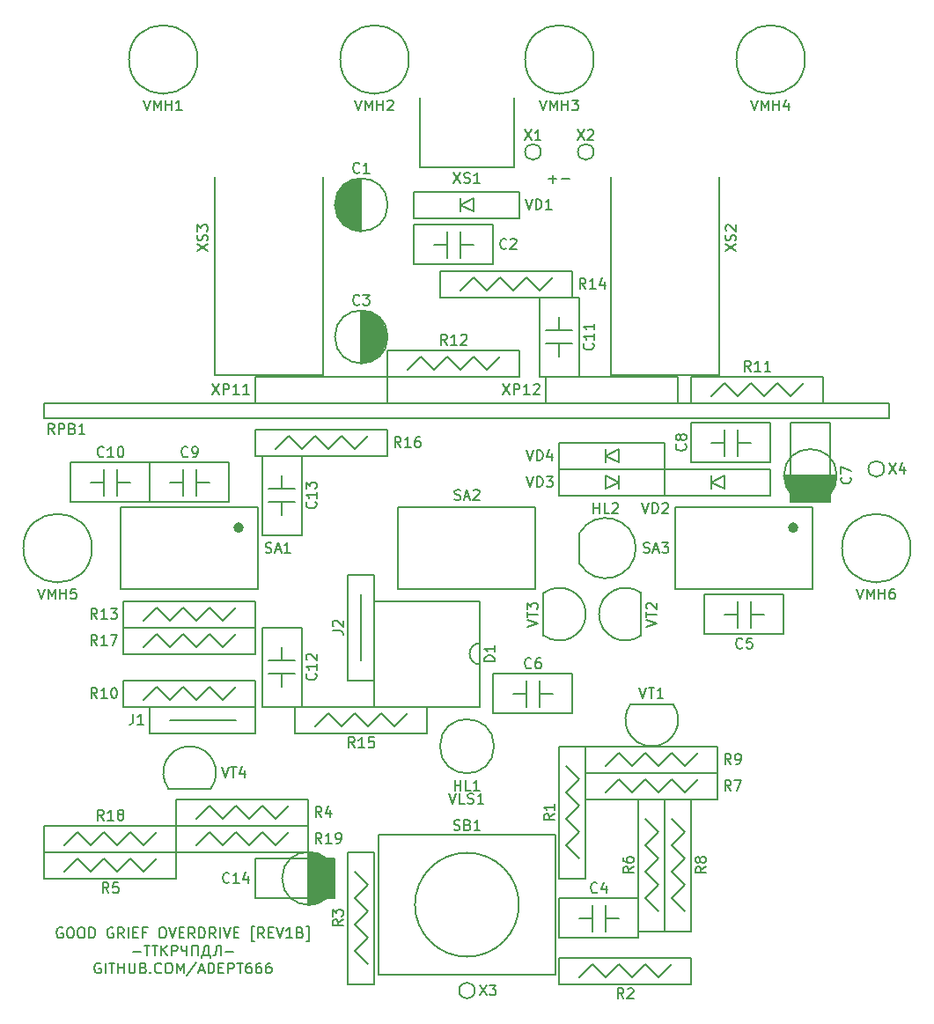
<source format=gbr>
G04 #@! TF.GenerationSoftware,KiCad,Pcbnew,5.1.6-c6e7f7d~87~ubuntu19.10.1*
G04 #@! TF.CreationDate,2022-03-20T17:43:41+06:00*
G04 #@! TF.ProjectId,good_grief_overdrive_r1b,676f6f64-5f67-4726-9965-665f6f766572,1B*
G04 #@! TF.SameCoordinates,Original*
G04 #@! TF.FileFunction,Legend,Top*
G04 #@! TF.FilePolarity,Positive*
%FSLAX46Y46*%
G04 Gerber Fmt 4.6, Leading zero omitted, Abs format (unit mm)*
G04 Created by KiCad (PCBNEW 5.1.6-c6e7f7d~87~ubuntu19.10.1) date 2022-03-20 17:43:41*
%MOMM*%
%LPD*%
G01*
G04 APERTURE LIST*
%ADD10C,0.200000*%
%ADD11C,0.100000*%
%ADD12C,0.500000*%
G04 APERTURE END LIST*
D10*
X114554047Y-108021428D02*
X115315952Y-108021428D01*
X113284047Y-108021428D02*
X114045952Y-108021428D01*
X113665000Y-108402380D02*
X113665000Y-107640476D01*
X66509761Y-180045000D02*
X66414523Y-179997380D01*
X66271666Y-179997380D01*
X66128809Y-180045000D01*
X66033571Y-180140238D01*
X65985952Y-180235476D01*
X65938333Y-180425952D01*
X65938333Y-180568809D01*
X65985952Y-180759285D01*
X66033571Y-180854523D01*
X66128809Y-180949761D01*
X66271666Y-180997380D01*
X66366904Y-180997380D01*
X66509761Y-180949761D01*
X66557380Y-180902142D01*
X66557380Y-180568809D01*
X66366904Y-180568809D01*
X67176428Y-179997380D02*
X67366904Y-179997380D01*
X67462142Y-180045000D01*
X67557380Y-180140238D01*
X67605000Y-180330714D01*
X67605000Y-180664047D01*
X67557380Y-180854523D01*
X67462142Y-180949761D01*
X67366904Y-180997380D01*
X67176428Y-180997380D01*
X67081190Y-180949761D01*
X66985952Y-180854523D01*
X66938333Y-180664047D01*
X66938333Y-180330714D01*
X66985952Y-180140238D01*
X67081190Y-180045000D01*
X67176428Y-179997380D01*
X68224047Y-179997380D02*
X68414523Y-179997380D01*
X68509761Y-180045000D01*
X68605000Y-180140238D01*
X68652619Y-180330714D01*
X68652619Y-180664047D01*
X68605000Y-180854523D01*
X68509761Y-180949761D01*
X68414523Y-180997380D01*
X68224047Y-180997380D01*
X68128809Y-180949761D01*
X68033571Y-180854523D01*
X67985952Y-180664047D01*
X67985952Y-180330714D01*
X68033571Y-180140238D01*
X68128809Y-180045000D01*
X68224047Y-179997380D01*
X69081190Y-180997380D02*
X69081190Y-179997380D01*
X69319285Y-179997380D01*
X69462142Y-180045000D01*
X69557380Y-180140238D01*
X69605000Y-180235476D01*
X69652619Y-180425952D01*
X69652619Y-180568809D01*
X69605000Y-180759285D01*
X69557380Y-180854523D01*
X69462142Y-180949761D01*
X69319285Y-180997380D01*
X69081190Y-180997380D01*
X71366904Y-180045000D02*
X71271666Y-179997380D01*
X71128809Y-179997380D01*
X70985952Y-180045000D01*
X70890714Y-180140238D01*
X70843095Y-180235476D01*
X70795476Y-180425952D01*
X70795476Y-180568809D01*
X70843095Y-180759285D01*
X70890714Y-180854523D01*
X70985952Y-180949761D01*
X71128809Y-180997380D01*
X71224047Y-180997380D01*
X71366904Y-180949761D01*
X71414523Y-180902142D01*
X71414523Y-180568809D01*
X71224047Y-180568809D01*
X72414523Y-180997380D02*
X72081190Y-180521190D01*
X71843095Y-180997380D02*
X71843095Y-179997380D01*
X72224047Y-179997380D01*
X72319285Y-180045000D01*
X72366904Y-180092619D01*
X72414523Y-180187857D01*
X72414523Y-180330714D01*
X72366904Y-180425952D01*
X72319285Y-180473571D01*
X72224047Y-180521190D01*
X71843095Y-180521190D01*
X72843095Y-180997380D02*
X72843095Y-179997380D01*
X73319285Y-180473571D02*
X73652619Y-180473571D01*
X73795476Y-180997380D02*
X73319285Y-180997380D01*
X73319285Y-179997380D01*
X73795476Y-179997380D01*
X74557380Y-180473571D02*
X74224047Y-180473571D01*
X74224047Y-180997380D02*
X74224047Y-179997380D01*
X74700238Y-179997380D01*
X76033571Y-179997380D02*
X76224047Y-179997380D01*
X76319285Y-180045000D01*
X76414523Y-180140238D01*
X76462142Y-180330714D01*
X76462142Y-180664047D01*
X76414523Y-180854523D01*
X76319285Y-180949761D01*
X76224047Y-180997380D01*
X76033571Y-180997380D01*
X75938333Y-180949761D01*
X75843095Y-180854523D01*
X75795476Y-180664047D01*
X75795476Y-180330714D01*
X75843095Y-180140238D01*
X75938333Y-180045000D01*
X76033571Y-179997380D01*
X76747857Y-179997380D02*
X77081190Y-180997380D01*
X77414523Y-179997380D01*
X77747857Y-180473571D02*
X78081190Y-180473571D01*
X78224047Y-180997380D02*
X77747857Y-180997380D01*
X77747857Y-179997380D01*
X78224047Y-179997380D01*
X79224047Y-180997380D02*
X78890714Y-180521190D01*
X78652619Y-180997380D02*
X78652619Y-179997380D01*
X79033571Y-179997380D01*
X79128809Y-180045000D01*
X79176428Y-180092619D01*
X79224047Y-180187857D01*
X79224047Y-180330714D01*
X79176428Y-180425952D01*
X79128809Y-180473571D01*
X79033571Y-180521190D01*
X78652619Y-180521190D01*
X79652619Y-180997380D02*
X79652619Y-179997380D01*
X79890714Y-179997380D01*
X80033571Y-180045000D01*
X80128809Y-180140238D01*
X80176428Y-180235476D01*
X80224047Y-180425952D01*
X80224047Y-180568809D01*
X80176428Y-180759285D01*
X80128809Y-180854523D01*
X80033571Y-180949761D01*
X79890714Y-180997380D01*
X79652619Y-180997380D01*
X81224047Y-180997380D02*
X80890714Y-180521190D01*
X80652619Y-180997380D02*
X80652619Y-179997380D01*
X81033571Y-179997380D01*
X81128809Y-180045000D01*
X81176428Y-180092619D01*
X81224047Y-180187857D01*
X81224047Y-180330714D01*
X81176428Y-180425952D01*
X81128809Y-180473571D01*
X81033571Y-180521190D01*
X80652619Y-180521190D01*
X81652619Y-180997380D02*
X81652619Y-179997380D01*
X81985952Y-179997380D02*
X82319285Y-180997380D01*
X82652619Y-179997380D01*
X82985952Y-180473571D02*
X83319285Y-180473571D01*
X83462142Y-180997380D02*
X82985952Y-180997380D01*
X82985952Y-179997380D01*
X83462142Y-179997380D01*
X84938333Y-181330714D02*
X84700238Y-181330714D01*
X84700238Y-179902142D01*
X84938333Y-179902142D01*
X85890714Y-180997380D02*
X85557380Y-180521190D01*
X85319285Y-180997380D02*
X85319285Y-179997380D01*
X85700238Y-179997380D01*
X85795476Y-180045000D01*
X85843095Y-180092619D01*
X85890714Y-180187857D01*
X85890714Y-180330714D01*
X85843095Y-180425952D01*
X85795476Y-180473571D01*
X85700238Y-180521190D01*
X85319285Y-180521190D01*
X86319285Y-180473571D02*
X86652619Y-180473571D01*
X86795476Y-180997380D02*
X86319285Y-180997380D01*
X86319285Y-179997380D01*
X86795476Y-179997380D01*
X87081190Y-179997380D02*
X87414523Y-180997380D01*
X87747857Y-179997380D01*
X88605000Y-180997380D02*
X88033571Y-180997380D01*
X88319285Y-180997380D02*
X88319285Y-179997380D01*
X88224047Y-180140238D01*
X88128809Y-180235476D01*
X88033571Y-180283095D01*
X89366904Y-180473571D02*
X89509761Y-180521190D01*
X89557380Y-180568809D01*
X89605000Y-180664047D01*
X89605000Y-180806904D01*
X89557380Y-180902142D01*
X89509761Y-180949761D01*
X89414523Y-180997380D01*
X89033571Y-180997380D01*
X89033571Y-179997380D01*
X89366904Y-179997380D01*
X89462142Y-180045000D01*
X89509761Y-180092619D01*
X89557380Y-180187857D01*
X89557380Y-180283095D01*
X89509761Y-180378333D01*
X89462142Y-180425952D01*
X89366904Y-180473571D01*
X89033571Y-180473571D01*
X89938333Y-181330714D02*
X90176428Y-181330714D01*
X90176428Y-179902142D01*
X89938333Y-179902142D01*
X73247857Y-182316428D02*
X74009761Y-182316428D01*
X74343095Y-181697380D02*
X74914523Y-181697380D01*
X74628809Y-182697380D02*
X74628809Y-181697380D01*
X75105000Y-181697380D02*
X75676428Y-181697380D01*
X75390714Y-182697380D02*
X75390714Y-181697380D01*
X76009761Y-182697380D02*
X76009761Y-181697380D01*
X76581190Y-182697380D02*
X76152619Y-182125952D01*
X76581190Y-181697380D02*
X76009761Y-182268809D01*
X77009761Y-182697380D02*
X77009761Y-181697380D01*
X77390714Y-181697380D01*
X77485952Y-181745000D01*
X77533571Y-181792619D01*
X77581190Y-181887857D01*
X77581190Y-182030714D01*
X77533571Y-182125952D01*
X77485952Y-182173571D01*
X77390714Y-182221190D01*
X77009761Y-182221190D01*
X78485952Y-181697380D02*
X78485952Y-182697380D01*
X77962142Y-181697380D02*
X77962142Y-182078333D01*
X78009761Y-182173571D01*
X78057380Y-182221190D01*
X78152619Y-182268809D01*
X78485952Y-182268809D01*
X78962142Y-182697380D02*
X78962142Y-181697380D01*
X79533571Y-181697380D01*
X79533571Y-182697380D01*
X80771666Y-182935476D02*
X80771666Y-182697380D01*
X79914523Y-182697380D01*
X79914523Y-182935476D01*
X80581190Y-182697380D02*
X80581190Y-181697380D01*
X80343095Y-181697380D01*
X80247857Y-181745000D01*
X80200238Y-181792619D01*
X80152619Y-181887857D01*
X80057380Y-182697380D01*
X81724047Y-182697380D02*
X81724047Y-181697380D01*
X81581190Y-181697380D01*
X81438333Y-181745000D01*
X81343095Y-181840238D01*
X81295476Y-181983095D01*
X81200238Y-182554523D01*
X81152619Y-182649761D01*
X81057380Y-182697380D01*
X81009761Y-182697380D01*
X82200238Y-182316428D02*
X82962142Y-182316428D01*
X70152619Y-183445000D02*
X70057380Y-183397380D01*
X69914523Y-183397380D01*
X69771666Y-183445000D01*
X69676428Y-183540238D01*
X69628809Y-183635476D01*
X69581190Y-183825952D01*
X69581190Y-183968809D01*
X69628809Y-184159285D01*
X69676428Y-184254523D01*
X69771666Y-184349761D01*
X69914523Y-184397380D01*
X70009761Y-184397380D01*
X70152619Y-184349761D01*
X70200238Y-184302142D01*
X70200238Y-183968809D01*
X70009761Y-183968809D01*
X70628809Y-184397380D02*
X70628809Y-183397380D01*
X70962142Y-183397380D02*
X71533571Y-183397380D01*
X71247857Y-184397380D02*
X71247857Y-183397380D01*
X71866904Y-184397380D02*
X71866904Y-183397380D01*
X71866904Y-183873571D02*
X72438333Y-183873571D01*
X72438333Y-184397380D02*
X72438333Y-183397380D01*
X72914523Y-183397380D02*
X72914523Y-184206904D01*
X72962142Y-184302142D01*
X73009761Y-184349761D01*
X73105000Y-184397380D01*
X73295476Y-184397380D01*
X73390714Y-184349761D01*
X73438333Y-184302142D01*
X73485952Y-184206904D01*
X73485952Y-183397380D01*
X74295476Y-183873571D02*
X74438333Y-183921190D01*
X74485952Y-183968809D01*
X74533571Y-184064047D01*
X74533571Y-184206904D01*
X74485952Y-184302142D01*
X74438333Y-184349761D01*
X74343095Y-184397380D01*
X73962142Y-184397380D01*
X73962142Y-183397380D01*
X74295476Y-183397380D01*
X74390714Y-183445000D01*
X74438333Y-183492619D01*
X74485952Y-183587857D01*
X74485952Y-183683095D01*
X74438333Y-183778333D01*
X74390714Y-183825952D01*
X74295476Y-183873571D01*
X73962142Y-183873571D01*
X74962142Y-184302142D02*
X75009761Y-184349761D01*
X74962142Y-184397380D01*
X74914523Y-184349761D01*
X74962142Y-184302142D01*
X74962142Y-184397380D01*
X76009761Y-184302142D02*
X75962142Y-184349761D01*
X75819285Y-184397380D01*
X75724047Y-184397380D01*
X75581190Y-184349761D01*
X75485952Y-184254523D01*
X75438333Y-184159285D01*
X75390714Y-183968809D01*
X75390714Y-183825952D01*
X75438333Y-183635476D01*
X75485952Y-183540238D01*
X75581190Y-183445000D01*
X75724047Y-183397380D01*
X75819285Y-183397380D01*
X75962142Y-183445000D01*
X76009761Y-183492619D01*
X76628809Y-183397380D02*
X76819285Y-183397380D01*
X76914523Y-183445000D01*
X77009761Y-183540238D01*
X77057380Y-183730714D01*
X77057380Y-184064047D01*
X77009761Y-184254523D01*
X76914523Y-184349761D01*
X76819285Y-184397380D01*
X76628809Y-184397380D01*
X76533571Y-184349761D01*
X76438333Y-184254523D01*
X76390714Y-184064047D01*
X76390714Y-183730714D01*
X76438333Y-183540238D01*
X76533571Y-183445000D01*
X76628809Y-183397380D01*
X77485952Y-184397380D02*
X77485952Y-183397380D01*
X77819285Y-184111666D01*
X78152619Y-183397380D01*
X78152619Y-184397380D01*
X79343095Y-183349761D02*
X78485952Y-184635476D01*
X79628809Y-184111666D02*
X80105000Y-184111666D01*
X79533571Y-184397380D02*
X79866904Y-183397380D01*
X80200238Y-184397380D01*
X80533571Y-184397380D02*
X80533571Y-183397380D01*
X80771666Y-183397380D01*
X80914523Y-183445000D01*
X81009761Y-183540238D01*
X81057380Y-183635476D01*
X81105000Y-183825952D01*
X81105000Y-183968809D01*
X81057380Y-184159285D01*
X81009761Y-184254523D01*
X80914523Y-184349761D01*
X80771666Y-184397380D01*
X80533571Y-184397380D01*
X81533571Y-183873571D02*
X81866904Y-183873571D01*
X82009761Y-184397380D02*
X81533571Y-184397380D01*
X81533571Y-183397380D01*
X82009761Y-183397380D01*
X82438333Y-184397380D02*
X82438333Y-183397380D01*
X82819285Y-183397380D01*
X82914523Y-183445000D01*
X82962142Y-183492619D01*
X83009761Y-183587857D01*
X83009761Y-183730714D01*
X82962142Y-183825952D01*
X82914523Y-183873571D01*
X82819285Y-183921190D01*
X82438333Y-183921190D01*
X83295476Y-183397380D02*
X83866904Y-183397380D01*
X83581190Y-184397380D02*
X83581190Y-183397380D01*
X84628809Y-183397380D02*
X84438333Y-183397380D01*
X84343095Y-183445000D01*
X84295476Y-183492619D01*
X84200238Y-183635476D01*
X84152619Y-183825952D01*
X84152619Y-184206904D01*
X84200238Y-184302142D01*
X84247857Y-184349761D01*
X84343095Y-184397380D01*
X84533571Y-184397380D01*
X84628809Y-184349761D01*
X84676428Y-184302142D01*
X84724047Y-184206904D01*
X84724047Y-183968809D01*
X84676428Y-183873571D01*
X84628809Y-183825952D01*
X84533571Y-183778333D01*
X84343095Y-183778333D01*
X84247857Y-183825952D01*
X84200238Y-183873571D01*
X84152619Y-183968809D01*
X85581190Y-183397380D02*
X85390714Y-183397380D01*
X85295476Y-183445000D01*
X85247857Y-183492619D01*
X85152619Y-183635476D01*
X85105000Y-183825952D01*
X85105000Y-184206904D01*
X85152619Y-184302142D01*
X85200238Y-184349761D01*
X85295476Y-184397380D01*
X85485952Y-184397380D01*
X85581190Y-184349761D01*
X85628809Y-184302142D01*
X85676428Y-184206904D01*
X85676428Y-183968809D01*
X85628809Y-183873571D01*
X85581190Y-183825952D01*
X85485952Y-183778333D01*
X85295476Y-183778333D01*
X85200238Y-183825952D01*
X85152619Y-183873571D01*
X85105000Y-183968809D01*
X86533571Y-183397380D02*
X86343095Y-183397380D01*
X86247857Y-183445000D01*
X86200238Y-183492619D01*
X86105000Y-183635476D01*
X86057380Y-183825952D01*
X86057380Y-184206904D01*
X86105000Y-184302142D01*
X86152619Y-184349761D01*
X86247857Y-184397380D01*
X86438333Y-184397380D01*
X86533571Y-184349761D01*
X86581190Y-184302142D01*
X86628809Y-184206904D01*
X86628809Y-183968809D01*
X86581190Y-183873571D01*
X86533571Y-183825952D01*
X86438333Y-183778333D01*
X86247857Y-183778333D01*
X86152619Y-183825952D01*
X86105000Y-183873571D01*
X86057380Y-183968809D01*
X140970000Y-136525000D02*
X135890000Y-136525000D01*
D11*
G36*
X136525000Y-139065000D02*
G01*
X136525000Y-138303000D01*
X136017000Y-137414000D01*
X135890000Y-136525000D01*
X140970000Y-136525000D01*
X140843000Y-137414000D01*
X140335000Y-138303000D01*
X140335000Y-139065000D01*
X136525000Y-139065000D01*
G37*
X136525000Y-139065000D02*
X136525000Y-138303000D01*
X136017000Y-137414000D01*
X135890000Y-136525000D01*
X140970000Y-136525000D01*
X140843000Y-137414000D01*
X140335000Y-138303000D01*
X140335000Y-139065000D01*
X136525000Y-139065000D01*
D10*
X140970000Y-136525000D02*
G75*
G03*
X140970000Y-136525000I-2540000J0D01*
G01*
X140335000Y-139065000D02*
X136525000Y-139065000D01*
X140335000Y-131445000D02*
X136525000Y-131445000D01*
X140335000Y-131445000D02*
X140335000Y-139065000D01*
X136525000Y-131445000D02*
X136525000Y-139065000D01*
X90170000Y-172720000D02*
X90170000Y-177800000D01*
D11*
G36*
X92710000Y-177165000D02*
G01*
X91948000Y-177165000D01*
X91059000Y-177673000D01*
X90170000Y-177800000D01*
X90170000Y-172720000D01*
X91059000Y-172847000D01*
X91948000Y-173355000D01*
X92710000Y-173355000D01*
X92710000Y-177165000D01*
G37*
X92710000Y-177165000D02*
X91948000Y-177165000D01*
X91059000Y-177673000D01*
X90170000Y-177800000D01*
X90170000Y-172720000D01*
X91059000Y-172847000D01*
X91948000Y-173355000D01*
X92710000Y-173355000D01*
X92710000Y-177165000D01*
D10*
X92710000Y-175260000D02*
G75*
G03*
X92710000Y-175260000I-2540000J0D01*
G01*
X92710000Y-173355000D02*
X92710000Y-177165000D01*
X85090000Y-173355000D02*
X85090000Y-177165000D01*
X85090000Y-173355000D02*
X92710000Y-173355000D01*
X85090000Y-177165000D02*
X92710000Y-177165000D01*
X125730000Y-127000000D02*
X125730000Y-129540000D01*
X113030000Y-127000000D02*
X113030000Y-129540000D01*
X64770000Y-131040000D02*
X146050000Y-131040000D01*
X64770000Y-129540000D02*
X146050000Y-129540000D01*
X113030000Y-127000000D02*
X125730000Y-127000000D01*
X85090000Y-127000000D02*
X97790000Y-127000000D01*
X97790000Y-127000000D02*
X97790000Y-129540000D01*
X85090000Y-127000000D02*
X85090000Y-129540000D01*
X146050000Y-129540000D02*
X146050000Y-131040000D01*
X64770000Y-129540000D02*
X64770000Y-131040000D01*
X112010000Y-139560000D02*
X112010000Y-147460000D01*
X98810000Y-139560000D02*
X98810000Y-147460000D01*
X112010000Y-139560000D02*
X98810000Y-139560000D01*
X112010000Y-147460000D02*
X98810000Y-147460000D01*
X138680000Y-139560000D02*
X138680000Y-147460000D01*
X125480000Y-139560000D02*
X125480000Y-147460000D01*
X138680000Y-139560000D02*
X125480000Y-139560000D01*
X138680000Y-147460000D02*
X125480000Y-147460000D01*
D12*
X137030000Y-141535000D02*
G75*
G03*
X137030000Y-141535000I-250000J0D01*
G01*
D10*
X85340000Y-139560000D02*
X85340000Y-147460000D01*
X72140000Y-139560000D02*
X72140000Y-147460000D01*
X85340000Y-139560000D02*
X72140000Y-139560000D01*
X85340000Y-147460000D02*
X72140000Y-147460000D01*
D12*
X83690000Y-141535000D02*
G75*
G03*
X83690000Y-141535000I-250000J0D01*
G01*
D10*
X116245000Y-142043006D02*
X116245000Y-144976994D01*
X116244984Y-142040334D02*
G75*
G02*
X116245000Y-144979694I2500016J-1469666D01*
G01*
X119260000Y-126830000D02*
X119260000Y-107830000D01*
X129660000Y-126830000D02*
X129660000Y-107830000D01*
X129660000Y-126830000D02*
X119260000Y-126830000D01*
X81160000Y-126830000D02*
X81160000Y-107830000D01*
X91560000Y-126830000D02*
X91560000Y-107830000D01*
X91560000Y-126830000D02*
X81160000Y-126830000D01*
X148082000Y-143510000D02*
G75*
G03*
X148082000Y-143510000I-3302000J0D01*
G01*
X69342000Y-143510000D02*
G75*
G03*
X69342000Y-143510000I-3302000J0D01*
G01*
X137922000Y-96520000D02*
G75*
G03*
X137922000Y-96520000I-3302000J0D01*
G01*
X117602000Y-96520000D02*
G75*
G03*
X117602000Y-96520000I-3302000J0D01*
G01*
X99822000Y-96520000D02*
G75*
G03*
X99822000Y-96520000I-3302000J0D01*
G01*
X79502000Y-96520000D02*
G75*
G03*
X79502000Y-96520000I-3302000J0D01*
G01*
X122175000Y-151891250D02*
X122175000Y-147828750D01*
X122175000Y-151891250D02*
G75*
G02*
X122175000Y-147828750I-1525000J2031250D01*
G01*
X112775000Y-147828750D02*
X112775000Y-151891250D01*
X112775000Y-147828750D02*
G75*
G02*
X112775000Y-151891250I1525000J-2031250D01*
G01*
X76708750Y-166625000D02*
X80771250Y-166625000D01*
X76708750Y-166625000D02*
G75*
G02*
X80771250Y-166625000I2031250J1525000D01*
G01*
X125221250Y-158495000D02*
X121158750Y-158495000D01*
X125221250Y-158495000D02*
G75*
G02*
X121158750Y-158495000I-2031250J-1525000D01*
G01*
X93980000Y-156210000D02*
X93980000Y-146050000D01*
X96520000Y-156210000D02*
X96520000Y-146050000D01*
X93980000Y-156210000D02*
X96520000Y-156210000D01*
X93980000Y-146050000D02*
X96520000Y-146050000D01*
X95250000Y-154305000D02*
X95250000Y-147955000D01*
X74930000Y-158750000D02*
X85090000Y-158750000D01*
X74930000Y-161290000D02*
X85090000Y-161290000D01*
X74930000Y-158750000D02*
X74930000Y-161290000D01*
X85090000Y-158750000D02*
X85090000Y-161290000D01*
X76835000Y-160020000D02*
X83185000Y-160020000D01*
X106680000Y-158750000D02*
X96520000Y-158750000D01*
X106680000Y-148590000D02*
X106680000Y-158750000D01*
X96520000Y-148590000D02*
X96520000Y-158750000D01*
X106680000Y-148590000D02*
X96520000Y-148590000D01*
X106680000Y-152654000D02*
G75*
G03*
X106680000Y-154686000I0J-1016000D01*
G01*
X134620000Y-138430000D02*
X124460000Y-138430000D01*
X134620000Y-135890000D02*
X124460000Y-135890000D01*
X134620000Y-138430000D02*
X134620000Y-135890000D01*
X124460000Y-138430000D02*
X124460000Y-135890000D01*
X130175000Y-137795000D02*
X130175000Y-136525000D01*
X130175000Y-137795000D02*
X128905000Y-137160000D01*
X130175000Y-136525000D02*
X128905000Y-137160000D01*
X128905000Y-137795000D02*
X128905000Y-136525000D01*
X118745000Y-135255000D02*
X118745000Y-133985000D01*
X120015000Y-133985000D02*
X118745000Y-134620000D01*
X120015000Y-135255000D02*
X118745000Y-134620000D01*
X120015000Y-135255000D02*
X120015000Y-133985000D01*
X114300000Y-135890000D02*
X114300000Y-133350000D01*
X124460000Y-135890000D02*
X124460000Y-133350000D01*
X124460000Y-133350000D02*
X114300000Y-133350000D01*
X124460000Y-135890000D02*
X114300000Y-135890000D01*
X120015000Y-136525000D02*
X120015000Y-137795000D01*
X118745000Y-137795000D02*
X120015000Y-137160000D01*
X118745000Y-136525000D02*
X120015000Y-137160000D01*
X118745000Y-136525000D02*
X118745000Y-137795000D01*
X124460000Y-135890000D02*
X124460000Y-138430000D01*
X114300000Y-135890000D02*
X114300000Y-138430000D01*
X114300000Y-138430000D02*
X124460000Y-138430000D01*
X114300000Y-135890000D02*
X124460000Y-135890000D01*
X104775000Y-111125000D02*
X104775000Y-109855000D01*
X106045000Y-109855000D02*
X104775000Y-110490000D01*
X106045000Y-111125000D02*
X104775000Y-110490000D01*
X106045000Y-111125000D02*
X106045000Y-109855000D01*
X100330000Y-111760000D02*
X100330000Y-109220000D01*
X110490000Y-111760000D02*
X110490000Y-109220000D01*
X110490000Y-109220000D02*
X100330000Y-109220000D01*
X110490000Y-111760000D02*
X100330000Y-111760000D01*
X100910000Y-106910000D02*
X100910000Y-100210000D01*
X109910000Y-106910000D02*
X109910000Y-100210000D01*
X109910000Y-106910000D02*
X100910000Y-106910000D01*
X117602000Y-105410000D02*
G75*
G03*
X117602000Y-105410000I-762000J0D01*
G01*
X112522000Y-105410000D02*
G75*
G03*
X112522000Y-105410000I-762000J0D01*
G01*
X145542000Y-135890000D02*
G75*
G03*
X145542000Y-135890000I-762000J0D01*
G01*
X106172000Y-186055000D02*
G75*
G03*
X106172000Y-186055000I-762000J0D01*
G01*
X108010000Y-162560000D02*
G75*
G03*
X108010000Y-162560000I-2600000J0D01*
G01*
X113910000Y-171050000D02*
X113910000Y-184550000D01*
X96910000Y-171050000D02*
X96910000Y-184550000D01*
X96910000Y-184550000D02*
X113910000Y-184550000D01*
X96910000Y-171050000D02*
X113910000Y-171050000D01*
X110410000Y-177800000D02*
G75*
G03*
X110410000Y-177800000I-5000000J0D01*
G01*
X97790000Y-123190000D02*
G75*
G03*
X97790000Y-123190000I-2540000J0D01*
G01*
G36*
X95250000Y-120650000D02*
G01*
X96012000Y-120777000D01*
X97155000Y-121539000D01*
X97790000Y-123190000D01*
X97155000Y-124841000D01*
X96012000Y-125603000D01*
X95250000Y-125730000D01*
X95250000Y-120650000D01*
G37*
X95250000Y-120650000D02*
X96012000Y-120777000D01*
X97155000Y-121539000D01*
X97790000Y-123190000D01*
X97155000Y-124841000D01*
X96012000Y-125603000D01*
X95250000Y-125730000D01*
X95250000Y-120650000D01*
G36*
X95250000Y-113030000D02*
G01*
X94488000Y-112903000D01*
X93345000Y-112141000D01*
X92710000Y-110490000D01*
X93345000Y-108839000D01*
X94488000Y-108077000D01*
X95250000Y-107950000D01*
X95250000Y-113030000D01*
G37*
X95250000Y-113030000D02*
X94488000Y-112903000D01*
X93345000Y-112141000D01*
X92710000Y-110490000D01*
X93345000Y-108839000D01*
X94488000Y-108077000D01*
X95250000Y-107950000D01*
X95250000Y-113030000D01*
X97790000Y-110490000D02*
G75*
G03*
X97790000Y-110490000I-2540000J0D01*
G01*
X74930000Y-139065000D02*
X67310000Y-139065000D01*
X74930000Y-135255000D02*
X67310000Y-135255000D01*
X74930000Y-139065000D02*
X74930000Y-135255000D01*
X67310000Y-139065000D02*
X67310000Y-135255000D01*
X73025000Y-137160000D02*
X71755000Y-137160000D01*
X70485000Y-137160000D02*
X69215000Y-137160000D01*
X71755000Y-138430000D02*
X71755000Y-135890000D01*
X70485000Y-138430000D02*
X70485000Y-135890000D01*
X82550000Y-139065000D02*
X74930000Y-139065000D01*
X82550000Y-135255000D02*
X74930000Y-135255000D01*
X82550000Y-139065000D02*
X82550000Y-135255000D01*
X74930000Y-139065000D02*
X74930000Y-135255000D01*
X80645000Y-137160000D02*
X79375000Y-137160000D01*
X78105000Y-137160000D02*
X76835000Y-137160000D01*
X79375000Y-138430000D02*
X79375000Y-135890000D01*
X78105000Y-138430000D02*
X78105000Y-135890000D01*
X112395000Y-127000000D02*
X112395000Y-119380000D01*
X116205000Y-127000000D02*
X116205000Y-119380000D01*
X112395000Y-127000000D02*
X116205000Y-127000000D01*
X112395000Y-119380000D02*
X116205000Y-119380000D01*
X114300000Y-125095000D02*
X114300000Y-123825000D01*
X114300000Y-122555000D02*
X114300000Y-121285000D01*
X113030000Y-123825000D02*
X115570000Y-123825000D01*
X113030000Y-122555000D02*
X115570000Y-122555000D01*
X130175000Y-134620000D02*
X130175000Y-132080000D01*
X131445000Y-134620000D02*
X131445000Y-132080000D01*
X130175000Y-133350000D02*
X128905000Y-133350000D01*
X132715000Y-133350000D02*
X131445000Y-133350000D01*
X127000000Y-135255000D02*
X127000000Y-131445000D01*
X134620000Y-135255000D02*
X134620000Y-131445000D01*
X134620000Y-131445000D02*
X127000000Y-131445000D01*
X134620000Y-135255000D02*
X127000000Y-135255000D01*
X89535000Y-134620000D02*
X89535000Y-142240000D01*
X85725000Y-134620000D02*
X85725000Y-142240000D01*
X89535000Y-134620000D02*
X85725000Y-134620000D01*
X89535000Y-142240000D02*
X85725000Y-142240000D01*
X87630000Y-136525000D02*
X87630000Y-137795000D01*
X87630000Y-139065000D02*
X87630000Y-140335000D01*
X88900000Y-137795000D02*
X86360000Y-137795000D01*
X88900000Y-139065000D02*
X86360000Y-139065000D01*
X128270000Y-147955000D02*
X135890000Y-147955000D01*
X128270000Y-151765000D02*
X135890000Y-151765000D01*
X128270000Y-147955000D02*
X128270000Y-151765000D01*
X135890000Y-147955000D02*
X135890000Y-151765000D01*
X130175000Y-149860000D02*
X131445000Y-149860000D01*
X132715000Y-149860000D02*
X133985000Y-149860000D01*
X131445000Y-148590000D02*
X131445000Y-151130000D01*
X132715000Y-148590000D02*
X132715000Y-151130000D01*
X85725000Y-158750000D02*
X85725000Y-151130000D01*
X89535000Y-158750000D02*
X89535000Y-151130000D01*
X85725000Y-158750000D02*
X89535000Y-158750000D01*
X85725000Y-151130000D02*
X89535000Y-151130000D01*
X87630000Y-156845000D02*
X87630000Y-155575000D01*
X87630000Y-154305000D02*
X87630000Y-153035000D01*
X86360000Y-155575000D02*
X88900000Y-155575000D01*
X86360000Y-154305000D02*
X88900000Y-154305000D01*
X115570000Y-159385000D02*
X107950000Y-159385000D01*
X115570000Y-155575000D02*
X107950000Y-155575000D01*
X115570000Y-159385000D02*
X115570000Y-155575000D01*
X107950000Y-159385000D02*
X107950000Y-155575000D01*
X113665000Y-157480000D02*
X112395000Y-157480000D01*
X111125000Y-157480000D02*
X109855000Y-157480000D01*
X112395000Y-158750000D02*
X112395000Y-156210000D01*
X111125000Y-158750000D02*
X111125000Y-156210000D01*
X114300000Y-177165000D02*
X121920000Y-177165000D01*
X114300000Y-180975000D02*
X121920000Y-180975000D01*
X114300000Y-177165000D02*
X114300000Y-180975000D01*
X121920000Y-177165000D02*
X121920000Y-180975000D01*
X116205000Y-179070000D02*
X117475000Y-179070000D01*
X118745000Y-179070000D02*
X120015000Y-179070000D01*
X117475000Y-177800000D02*
X117475000Y-180340000D01*
X118745000Y-177800000D02*
X118745000Y-180340000D01*
X100330000Y-112395000D02*
X107950000Y-112395000D01*
X100330000Y-116205000D02*
X107950000Y-116205000D01*
X100330000Y-112395000D02*
X100330000Y-116205000D01*
X107950000Y-112395000D02*
X107950000Y-116205000D01*
X102235000Y-114300000D02*
X103505000Y-114300000D01*
X104775000Y-114300000D02*
X106045000Y-114300000D01*
X103505000Y-113030000D02*
X103505000Y-115570000D01*
X104775000Y-113030000D02*
X104775000Y-115570000D01*
X102870000Y-116840000D02*
X115570000Y-116840000D01*
X102870000Y-119380000D02*
X115570000Y-119380000D01*
X102870000Y-116840000D02*
X102870000Y-119380000D01*
X115570000Y-116840000D02*
X115570000Y-119380000D01*
X104775000Y-118745000D02*
X106045000Y-117475000D01*
X106045000Y-117475000D02*
X107315000Y-118745000D01*
X107315000Y-118745000D02*
X108585000Y-117475000D01*
X108585000Y-117475000D02*
X109855000Y-118745000D01*
X109855000Y-118745000D02*
X111125000Y-117475000D01*
X111125000Y-117475000D02*
X112395000Y-118745000D01*
X112395000Y-118745000D02*
X113665000Y-117475000D01*
X100965000Y-125095000D02*
X99695000Y-126365000D01*
X102235000Y-126365000D02*
X100965000Y-125095000D01*
X103505000Y-125095000D02*
X102235000Y-126365000D01*
X104775000Y-126365000D02*
X103505000Y-125095000D01*
X106045000Y-125095000D02*
X104775000Y-126365000D01*
X107315000Y-126365000D02*
X106045000Y-125095000D01*
X108585000Y-125095000D02*
X107315000Y-126365000D01*
X97790000Y-127000000D02*
X97790000Y-124460000D01*
X110490000Y-127000000D02*
X110490000Y-124460000D01*
X110490000Y-124460000D02*
X97790000Y-124460000D01*
X110490000Y-127000000D02*
X97790000Y-127000000D01*
X139700000Y-129540000D02*
X127000000Y-129540000D01*
X139700000Y-127000000D02*
X127000000Y-127000000D01*
X139700000Y-129540000D02*
X139700000Y-127000000D01*
X127000000Y-129540000D02*
X127000000Y-127000000D01*
X137795000Y-127635000D02*
X136525000Y-128905000D01*
X136525000Y-128905000D02*
X135255000Y-127635000D01*
X135255000Y-127635000D02*
X133985000Y-128905000D01*
X133985000Y-128905000D02*
X132715000Y-127635000D01*
X132715000Y-127635000D02*
X131445000Y-128905000D01*
X131445000Y-128905000D02*
X130175000Y-127635000D01*
X130175000Y-127635000D02*
X128905000Y-128905000D01*
X92075000Y-159385000D02*
X90805000Y-160655000D01*
X93345000Y-160655000D02*
X92075000Y-159385000D01*
X94615000Y-159385000D02*
X93345000Y-160655000D01*
X95885000Y-160655000D02*
X94615000Y-159385000D01*
X97155000Y-159385000D02*
X95885000Y-160655000D01*
X98425000Y-160655000D02*
X97155000Y-159385000D01*
X99695000Y-159385000D02*
X98425000Y-160655000D01*
X88900000Y-161290000D02*
X88900000Y-158750000D01*
X101600000Y-161290000D02*
X101600000Y-158750000D01*
X101600000Y-158750000D02*
X88900000Y-158750000D01*
X101600000Y-161290000D02*
X88900000Y-161290000D01*
X126365000Y-167005000D02*
X127635000Y-165735000D01*
X125095000Y-165735000D02*
X126365000Y-167005000D01*
X123825000Y-167005000D02*
X125095000Y-165735000D01*
X122555000Y-165735000D02*
X123825000Y-167005000D01*
X121285000Y-167005000D02*
X122555000Y-165735000D01*
X120015000Y-165735000D02*
X121285000Y-167005000D01*
X118745000Y-167005000D02*
X120015000Y-165735000D01*
X129540000Y-165100000D02*
X129540000Y-167640000D01*
X116840000Y-165100000D02*
X116840000Y-167640000D01*
X116840000Y-167640000D02*
X129540000Y-167640000D01*
X116840000Y-165100000D02*
X129540000Y-165100000D01*
X126365000Y-164465000D02*
X127635000Y-163195000D01*
X125095000Y-163195000D02*
X126365000Y-164465000D01*
X123825000Y-164465000D02*
X125095000Y-163195000D01*
X122555000Y-163195000D02*
X123825000Y-164465000D01*
X121285000Y-164465000D02*
X122555000Y-163195000D01*
X120015000Y-163195000D02*
X121285000Y-164465000D01*
X118745000Y-164465000D02*
X120015000Y-163195000D01*
X129540000Y-162560000D02*
X129540000Y-165100000D01*
X116840000Y-162560000D02*
X116840000Y-165100000D01*
X116840000Y-165100000D02*
X129540000Y-165100000D01*
X116840000Y-162560000D02*
X129540000Y-162560000D01*
X126365000Y-170815000D02*
X125095000Y-169545000D01*
X125095000Y-172085000D02*
X126365000Y-170815000D01*
X126365000Y-173355000D02*
X125095000Y-172085000D01*
X125095000Y-174625000D02*
X126365000Y-173355000D01*
X126365000Y-175895000D02*
X125095000Y-174625000D01*
X125095000Y-177165000D02*
X126365000Y-175895000D01*
X126365000Y-178435000D02*
X125095000Y-177165000D01*
X124460000Y-167640000D02*
X127000000Y-167640000D01*
X124460000Y-180340000D02*
X127000000Y-180340000D01*
X127000000Y-180340000D02*
X127000000Y-167640000D01*
X124460000Y-180340000D02*
X124460000Y-167640000D01*
X123825000Y-170815000D02*
X122555000Y-169545000D01*
X122555000Y-172085000D02*
X123825000Y-170815000D01*
X123825000Y-173355000D02*
X122555000Y-172085000D01*
X122555000Y-174625000D02*
X123825000Y-173355000D01*
X123825000Y-175895000D02*
X122555000Y-174625000D01*
X122555000Y-177165000D02*
X123825000Y-175895000D01*
X123825000Y-178435000D02*
X122555000Y-177165000D01*
X121920000Y-167640000D02*
X124460000Y-167640000D01*
X121920000Y-180340000D02*
X124460000Y-180340000D01*
X124460000Y-180340000D02*
X124460000Y-167640000D01*
X121920000Y-180340000D02*
X121920000Y-167640000D01*
X127000000Y-185420000D02*
X114300000Y-185420000D01*
X127000000Y-182880000D02*
X114300000Y-182880000D01*
X127000000Y-185420000D02*
X127000000Y-182880000D01*
X114300000Y-185420000D02*
X114300000Y-182880000D01*
X125095000Y-183515000D02*
X123825000Y-184785000D01*
X123825000Y-184785000D02*
X122555000Y-183515000D01*
X122555000Y-183515000D02*
X121285000Y-184785000D01*
X121285000Y-184785000D02*
X120015000Y-183515000D01*
X120015000Y-183515000D02*
X118745000Y-184785000D01*
X118745000Y-184785000D02*
X117475000Y-183515000D01*
X117475000Y-183515000D02*
X116205000Y-184785000D01*
X116205000Y-165735000D02*
X114935000Y-164465000D01*
X114935000Y-167005000D02*
X116205000Y-165735000D01*
X116205000Y-168275000D02*
X114935000Y-167005000D01*
X114935000Y-169545000D02*
X116205000Y-168275000D01*
X116205000Y-170815000D02*
X114935000Y-169545000D01*
X114935000Y-172085000D02*
X116205000Y-170815000D01*
X116205000Y-173355000D02*
X114935000Y-172085000D01*
X114300000Y-162560000D02*
X116840000Y-162560000D01*
X114300000Y-175260000D02*
X116840000Y-175260000D01*
X116840000Y-175260000D02*
X116840000Y-162560000D01*
X114300000Y-175260000D02*
X114300000Y-162560000D01*
X95885000Y-175895000D02*
X94615000Y-174625000D01*
X94615000Y-177165000D02*
X95885000Y-175895000D01*
X95885000Y-178435000D02*
X94615000Y-177165000D01*
X94615000Y-179705000D02*
X95885000Y-178435000D01*
X95885000Y-180975000D02*
X94615000Y-179705000D01*
X94615000Y-182245000D02*
X95885000Y-180975000D01*
X95885000Y-183515000D02*
X94615000Y-182245000D01*
X93980000Y-172720000D02*
X96520000Y-172720000D01*
X93980000Y-185420000D02*
X96520000Y-185420000D01*
X96520000Y-185420000D02*
X96520000Y-172720000D01*
X93980000Y-185420000D02*
X93980000Y-172720000D01*
X74295000Y-174625000D02*
X75565000Y-173355000D01*
X73025000Y-173355000D02*
X74295000Y-174625000D01*
X71755000Y-174625000D02*
X73025000Y-173355000D01*
X70485000Y-173355000D02*
X71755000Y-174625000D01*
X69215000Y-174625000D02*
X70485000Y-173355000D01*
X67945000Y-173355000D02*
X69215000Y-174625000D01*
X66675000Y-174625000D02*
X67945000Y-173355000D01*
X77470000Y-172720000D02*
X77470000Y-175260000D01*
X64770000Y-172720000D02*
X64770000Y-175260000D01*
X64770000Y-175260000D02*
X77470000Y-175260000D01*
X64770000Y-172720000D02*
X77470000Y-172720000D01*
X74295000Y-172085000D02*
X75565000Y-170815000D01*
X73025000Y-170815000D02*
X74295000Y-172085000D01*
X71755000Y-172085000D02*
X73025000Y-170815000D01*
X70485000Y-170815000D02*
X71755000Y-172085000D01*
X69215000Y-172085000D02*
X70485000Y-170815000D01*
X67945000Y-170815000D02*
X69215000Y-172085000D01*
X66675000Y-172085000D02*
X67945000Y-170815000D01*
X77470000Y-170180000D02*
X77470000Y-172720000D01*
X64770000Y-170180000D02*
X64770000Y-172720000D01*
X64770000Y-172720000D02*
X77470000Y-172720000D01*
X64770000Y-170180000D02*
X77470000Y-170180000D01*
X77470000Y-170180000D02*
X90170000Y-170180000D01*
X77470000Y-172720000D02*
X90170000Y-172720000D01*
X77470000Y-170180000D02*
X77470000Y-172720000D01*
X90170000Y-170180000D02*
X90170000Y-172720000D01*
X79375000Y-172085000D02*
X80645000Y-170815000D01*
X80645000Y-170815000D02*
X81915000Y-172085000D01*
X81915000Y-172085000D02*
X83185000Y-170815000D01*
X83185000Y-170815000D02*
X84455000Y-172085000D01*
X84455000Y-172085000D02*
X85725000Y-170815000D01*
X85725000Y-170815000D02*
X86995000Y-172085000D01*
X86995000Y-172085000D02*
X88265000Y-170815000D01*
X81915000Y-158115000D02*
X83185000Y-156845000D01*
X80645000Y-156845000D02*
X81915000Y-158115000D01*
X79375000Y-158115000D02*
X80645000Y-156845000D01*
X78105000Y-156845000D02*
X79375000Y-158115000D01*
X76835000Y-158115000D02*
X78105000Y-156845000D01*
X75565000Y-156845000D02*
X76835000Y-158115000D01*
X74295000Y-158115000D02*
X75565000Y-156845000D01*
X85090000Y-156210000D02*
X85090000Y-158750000D01*
X72390000Y-156210000D02*
X72390000Y-158750000D01*
X72390000Y-158750000D02*
X85090000Y-158750000D01*
X72390000Y-156210000D02*
X85090000Y-156210000D01*
X75565000Y-149225000D02*
X74295000Y-150495000D01*
X76835000Y-150495000D02*
X75565000Y-149225000D01*
X78105000Y-149225000D02*
X76835000Y-150495000D01*
X79375000Y-150495000D02*
X78105000Y-149225000D01*
X80645000Y-149225000D02*
X79375000Y-150495000D01*
X81915000Y-150495000D02*
X80645000Y-149225000D01*
X83185000Y-149225000D02*
X81915000Y-150495000D01*
X72390000Y-151130000D02*
X72390000Y-148590000D01*
X85090000Y-151130000D02*
X85090000Y-148590000D01*
X85090000Y-148590000D02*
X72390000Y-148590000D01*
X85090000Y-151130000D02*
X72390000Y-151130000D01*
X81915000Y-153035000D02*
X83185000Y-151765000D01*
X80645000Y-151765000D02*
X81915000Y-153035000D01*
X79375000Y-153035000D02*
X80645000Y-151765000D01*
X78105000Y-151765000D02*
X79375000Y-153035000D01*
X76835000Y-153035000D02*
X78105000Y-151765000D01*
X75565000Y-151765000D02*
X76835000Y-153035000D01*
X74295000Y-153035000D02*
X75565000Y-151765000D01*
X85090000Y-151130000D02*
X85090000Y-153670000D01*
X72390000Y-151130000D02*
X72390000Y-153670000D01*
X72390000Y-153670000D02*
X85090000Y-153670000D01*
X72390000Y-151130000D02*
X85090000Y-151130000D01*
X88265000Y-132715000D02*
X86995000Y-133985000D01*
X89535000Y-133985000D02*
X88265000Y-132715000D01*
X90805000Y-132715000D02*
X89535000Y-133985000D01*
X92075000Y-133985000D02*
X90805000Y-132715000D01*
X93345000Y-132715000D02*
X92075000Y-133985000D01*
X94615000Y-133985000D02*
X93345000Y-132715000D01*
X95885000Y-132715000D02*
X94615000Y-133985000D01*
X85090000Y-134620000D02*
X85090000Y-132080000D01*
X97790000Y-134620000D02*
X97790000Y-132080000D01*
X97790000Y-132080000D02*
X85090000Y-132080000D01*
X97790000Y-134620000D02*
X85090000Y-134620000D01*
X80645000Y-168275000D02*
X79375000Y-169545000D01*
X81915000Y-169545000D02*
X80645000Y-168275000D01*
X83185000Y-168275000D02*
X81915000Y-169545000D01*
X84455000Y-169545000D02*
X83185000Y-168275000D01*
X85725000Y-168275000D02*
X84455000Y-169545000D01*
X86995000Y-169545000D02*
X85725000Y-168275000D01*
X88265000Y-168275000D02*
X86995000Y-169545000D01*
X77470000Y-170180000D02*
X77470000Y-167640000D01*
X90170000Y-170180000D02*
X90170000Y-167640000D01*
X90170000Y-167640000D02*
X77470000Y-167640000D01*
X90170000Y-170180000D02*
X77470000Y-170180000D01*
X142279642Y-136691666D02*
X142327261Y-136739285D01*
X142374880Y-136882142D01*
X142374880Y-136977380D01*
X142327261Y-137120238D01*
X142232023Y-137215476D01*
X142136785Y-137263095D01*
X141946309Y-137310714D01*
X141803452Y-137310714D01*
X141612976Y-137263095D01*
X141517738Y-137215476D01*
X141422500Y-137120238D01*
X141374880Y-136977380D01*
X141374880Y-136882142D01*
X141422500Y-136739285D01*
X141470119Y-136691666D01*
X141374880Y-136358333D02*
X141374880Y-135691666D01*
X142374880Y-136120238D01*
X82547261Y-175617142D02*
X82499642Y-175664761D01*
X82356785Y-175712380D01*
X82261547Y-175712380D01*
X82118690Y-175664761D01*
X82023452Y-175569523D01*
X81975833Y-175474285D01*
X81928214Y-175283809D01*
X81928214Y-175140952D01*
X81975833Y-174950476D01*
X82023452Y-174855238D01*
X82118690Y-174760000D01*
X82261547Y-174712380D01*
X82356785Y-174712380D01*
X82499642Y-174760000D01*
X82547261Y-174807619D01*
X83499642Y-175712380D02*
X82928214Y-175712380D01*
X83213928Y-175712380D02*
X83213928Y-174712380D01*
X83118690Y-174855238D01*
X83023452Y-174950476D01*
X82928214Y-174998095D01*
X84356785Y-175045714D02*
X84356785Y-175712380D01*
X84118690Y-174664761D02*
X83880595Y-175379047D01*
X84499642Y-175379047D01*
X65709523Y-132532380D02*
X65376190Y-132056190D01*
X65138095Y-132532380D02*
X65138095Y-131532380D01*
X65519047Y-131532380D01*
X65614285Y-131580000D01*
X65661904Y-131627619D01*
X65709523Y-131722857D01*
X65709523Y-131865714D01*
X65661904Y-131960952D01*
X65614285Y-132008571D01*
X65519047Y-132056190D01*
X65138095Y-132056190D01*
X66138095Y-132532380D02*
X66138095Y-131532380D01*
X66519047Y-131532380D01*
X66614285Y-131580000D01*
X66661904Y-131627619D01*
X66709523Y-131722857D01*
X66709523Y-131865714D01*
X66661904Y-131960952D01*
X66614285Y-132008571D01*
X66519047Y-132056190D01*
X66138095Y-132056190D01*
X67471428Y-132008571D02*
X67614285Y-132056190D01*
X67661904Y-132103809D01*
X67709523Y-132199047D01*
X67709523Y-132341904D01*
X67661904Y-132437142D01*
X67614285Y-132484761D01*
X67519047Y-132532380D01*
X67138095Y-132532380D01*
X67138095Y-131532380D01*
X67471428Y-131532380D01*
X67566666Y-131580000D01*
X67614285Y-131627619D01*
X67661904Y-131722857D01*
X67661904Y-131818095D01*
X67614285Y-131913333D01*
X67566666Y-131960952D01*
X67471428Y-132008571D01*
X67138095Y-132008571D01*
X68661904Y-132532380D02*
X68090476Y-132532380D01*
X68376190Y-132532380D02*
X68376190Y-131532380D01*
X68280952Y-131675238D01*
X68185714Y-131770476D01*
X68090476Y-131818095D01*
X108868214Y-127722380D02*
X109534880Y-128722380D01*
X109534880Y-127722380D02*
X108868214Y-128722380D01*
X109915833Y-128722380D02*
X109915833Y-127722380D01*
X110296785Y-127722380D01*
X110392023Y-127770000D01*
X110439642Y-127817619D01*
X110487261Y-127912857D01*
X110487261Y-128055714D01*
X110439642Y-128150952D01*
X110392023Y-128198571D01*
X110296785Y-128246190D01*
X109915833Y-128246190D01*
X111439642Y-128722380D02*
X110868214Y-128722380D01*
X111153928Y-128722380D02*
X111153928Y-127722380D01*
X111058690Y-127865238D01*
X110963452Y-127960476D01*
X110868214Y-128008095D01*
X111820595Y-127817619D02*
X111868214Y-127770000D01*
X111963452Y-127722380D01*
X112201547Y-127722380D01*
X112296785Y-127770000D01*
X112344404Y-127817619D01*
X112392023Y-127912857D01*
X112392023Y-128008095D01*
X112344404Y-128150952D01*
X111772976Y-128722380D01*
X112392023Y-128722380D01*
X80928214Y-127722380D02*
X81594880Y-128722380D01*
X81594880Y-127722380D02*
X80928214Y-128722380D01*
X81975833Y-128722380D02*
X81975833Y-127722380D01*
X82356785Y-127722380D01*
X82452023Y-127770000D01*
X82499642Y-127817619D01*
X82547261Y-127912857D01*
X82547261Y-128055714D01*
X82499642Y-128150952D01*
X82452023Y-128198571D01*
X82356785Y-128246190D01*
X81975833Y-128246190D01*
X83499642Y-128722380D02*
X82928214Y-128722380D01*
X83213928Y-128722380D02*
X83213928Y-127722380D01*
X83118690Y-127865238D01*
X83023452Y-127960476D01*
X82928214Y-128008095D01*
X84452023Y-128722380D02*
X83880595Y-128722380D01*
X84166309Y-128722380D02*
X84166309Y-127722380D01*
X84071071Y-127865238D01*
X83975833Y-127960476D01*
X83880595Y-128008095D01*
X104219523Y-138834761D02*
X104362380Y-138882380D01*
X104600476Y-138882380D01*
X104695714Y-138834761D01*
X104743333Y-138787142D01*
X104790952Y-138691904D01*
X104790952Y-138596666D01*
X104743333Y-138501428D01*
X104695714Y-138453809D01*
X104600476Y-138406190D01*
X104410000Y-138358571D01*
X104314761Y-138310952D01*
X104267142Y-138263333D01*
X104219523Y-138168095D01*
X104219523Y-138072857D01*
X104267142Y-137977619D01*
X104314761Y-137930000D01*
X104410000Y-137882380D01*
X104648095Y-137882380D01*
X104790952Y-137930000D01*
X105171904Y-138596666D02*
X105648095Y-138596666D01*
X105076666Y-138882380D02*
X105410000Y-137882380D01*
X105743333Y-138882380D01*
X106029047Y-137977619D02*
X106076666Y-137930000D01*
X106171904Y-137882380D01*
X106410000Y-137882380D01*
X106505238Y-137930000D01*
X106552857Y-137977619D01*
X106600476Y-138072857D01*
X106600476Y-138168095D01*
X106552857Y-138310952D01*
X105981428Y-138882380D01*
X106600476Y-138882380D01*
X122393571Y-143914761D02*
X122536428Y-143962380D01*
X122774523Y-143962380D01*
X122869761Y-143914761D01*
X122917380Y-143867142D01*
X122965000Y-143771904D01*
X122965000Y-143676666D01*
X122917380Y-143581428D01*
X122869761Y-143533809D01*
X122774523Y-143486190D01*
X122584047Y-143438571D01*
X122488809Y-143390952D01*
X122441190Y-143343333D01*
X122393571Y-143248095D01*
X122393571Y-143152857D01*
X122441190Y-143057619D01*
X122488809Y-143010000D01*
X122584047Y-142962380D01*
X122822142Y-142962380D01*
X122965000Y-143010000D01*
X123345952Y-143676666D02*
X123822142Y-143676666D01*
X123250714Y-143962380D02*
X123584047Y-142962380D01*
X123917380Y-143962380D01*
X124155476Y-142962380D02*
X124774523Y-142962380D01*
X124441190Y-143343333D01*
X124584047Y-143343333D01*
X124679285Y-143390952D01*
X124726904Y-143438571D01*
X124774523Y-143533809D01*
X124774523Y-143771904D01*
X124726904Y-143867142D01*
X124679285Y-143914761D01*
X124584047Y-143962380D01*
X124298333Y-143962380D01*
X124203095Y-143914761D01*
X124155476Y-143867142D01*
X86045476Y-143914761D02*
X86188333Y-143962380D01*
X86426428Y-143962380D01*
X86521666Y-143914761D01*
X86569285Y-143867142D01*
X86616904Y-143771904D01*
X86616904Y-143676666D01*
X86569285Y-143581428D01*
X86521666Y-143533809D01*
X86426428Y-143486190D01*
X86235952Y-143438571D01*
X86140714Y-143390952D01*
X86093095Y-143343333D01*
X86045476Y-143248095D01*
X86045476Y-143152857D01*
X86093095Y-143057619D01*
X86140714Y-143010000D01*
X86235952Y-142962380D01*
X86474047Y-142962380D01*
X86616904Y-143010000D01*
X86997857Y-143676666D02*
X87474047Y-143676666D01*
X86902619Y-143962380D02*
X87235952Y-142962380D01*
X87569285Y-143962380D01*
X88426428Y-143962380D02*
X87855000Y-143962380D01*
X88140714Y-143962380D02*
X88140714Y-142962380D01*
X88045476Y-143105238D01*
X87950238Y-143200476D01*
X87855000Y-143248095D01*
X117578333Y-140152380D02*
X117578333Y-139152380D01*
X117578333Y-139628571D02*
X118149761Y-139628571D01*
X118149761Y-140152380D02*
X118149761Y-139152380D01*
X119102142Y-140152380D02*
X118625952Y-140152380D01*
X118625952Y-139152380D01*
X119387857Y-139247619D02*
X119435476Y-139200000D01*
X119530714Y-139152380D01*
X119768809Y-139152380D01*
X119864047Y-139200000D01*
X119911666Y-139247619D01*
X119959285Y-139342857D01*
X119959285Y-139438095D01*
X119911666Y-139580952D01*
X119340238Y-140152380D01*
X119959285Y-140152380D01*
X130262380Y-114950714D02*
X131262380Y-114284047D01*
X130262380Y-114284047D02*
X131262380Y-114950714D01*
X131214761Y-113950714D02*
X131262380Y-113807857D01*
X131262380Y-113569761D01*
X131214761Y-113474523D01*
X131167142Y-113426904D01*
X131071904Y-113379285D01*
X130976666Y-113379285D01*
X130881428Y-113426904D01*
X130833809Y-113474523D01*
X130786190Y-113569761D01*
X130738571Y-113760238D01*
X130690952Y-113855476D01*
X130643333Y-113903095D01*
X130548095Y-113950714D01*
X130452857Y-113950714D01*
X130357619Y-113903095D01*
X130310000Y-113855476D01*
X130262380Y-113760238D01*
X130262380Y-113522142D01*
X130310000Y-113379285D01*
X130357619Y-112998333D02*
X130310000Y-112950714D01*
X130262380Y-112855476D01*
X130262380Y-112617380D01*
X130310000Y-112522142D01*
X130357619Y-112474523D01*
X130452857Y-112426904D01*
X130548095Y-112426904D01*
X130690952Y-112474523D01*
X131262380Y-113045952D01*
X131262380Y-112426904D01*
X79462380Y-114950714D02*
X80462380Y-114284047D01*
X79462380Y-114284047D02*
X80462380Y-114950714D01*
X80414761Y-113950714D02*
X80462380Y-113807857D01*
X80462380Y-113569761D01*
X80414761Y-113474523D01*
X80367142Y-113426904D01*
X80271904Y-113379285D01*
X80176666Y-113379285D01*
X80081428Y-113426904D01*
X80033809Y-113474523D01*
X79986190Y-113569761D01*
X79938571Y-113760238D01*
X79890952Y-113855476D01*
X79843333Y-113903095D01*
X79748095Y-113950714D01*
X79652857Y-113950714D01*
X79557619Y-113903095D01*
X79510000Y-113855476D01*
X79462380Y-113760238D01*
X79462380Y-113522142D01*
X79510000Y-113379285D01*
X79462380Y-113045952D02*
X79462380Y-112426904D01*
X79843333Y-112760238D01*
X79843333Y-112617380D01*
X79890952Y-112522142D01*
X79938571Y-112474523D01*
X80033809Y-112426904D01*
X80271904Y-112426904D01*
X80367142Y-112474523D01*
X80414761Y-112522142D01*
X80462380Y-112617380D01*
X80462380Y-112903095D01*
X80414761Y-112998333D01*
X80367142Y-113045952D01*
X142875238Y-147407380D02*
X143208571Y-148407380D01*
X143541904Y-147407380D01*
X143875238Y-148407380D02*
X143875238Y-147407380D01*
X144208571Y-148121666D01*
X144541904Y-147407380D01*
X144541904Y-148407380D01*
X145018095Y-148407380D02*
X145018095Y-147407380D01*
X145018095Y-147883571D02*
X145589523Y-147883571D01*
X145589523Y-148407380D02*
X145589523Y-147407380D01*
X146494285Y-147407380D02*
X146303809Y-147407380D01*
X146208571Y-147455000D01*
X146160952Y-147502619D01*
X146065714Y-147645476D01*
X146018095Y-147835952D01*
X146018095Y-148216904D01*
X146065714Y-148312142D01*
X146113333Y-148359761D01*
X146208571Y-148407380D01*
X146399047Y-148407380D01*
X146494285Y-148359761D01*
X146541904Y-148312142D01*
X146589523Y-148216904D01*
X146589523Y-147978809D01*
X146541904Y-147883571D01*
X146494285Y-147835952D01*
X146399047Y-147788333D01*
X146208571Y-147788333D01*
X146113333Y-147835952D01*
X146065714Y-147883571D01*
X146018095Y-147978809D01*
X64135238Y-147407380D02*
X64468571Y-148407380D01*
X64801904Y-147407380D01*
X65135238Y-148407380D02*
X65135238Y-147407380D01*
X65468571Y-148121666D01*
X65801904Y-147407380D01*
X65801904Y-148407380D01*
X66278095Y-148407380D02*
X66278095Y-147407380D01*
X66278095Y-147883571D02*
X66849523Y-147883571D01*
X66849523Y-148407380D02*
X66849523Y-147407380D01*
X67801904Y-147407380D02*
X67325714Y-147407380D01*
X67278095Y-147883571D01*
X67325714Y-147835952D01*
X67420952Y-147788333D01*
X67659047Y-147788333D01*
X67754285Y-147835952D01*
X67801904Y-147883571D01*
X67849523Y-147978809D01*
X67849523Y-148216904D01*
X67801904Y-148312142D01*
X67754285Y-148359761D01*
X67659047Y-148407380D01*
X67420952Y-148407380D01*
X67325714Y-148359761D01*
X67278095Y-148312142D01*
X132715238Y-100417380D02*
X133048571Y-101417380D01*
X133381904Y-100417380D01*
X133715238Y-101417380D02*
X133715238Y-100417380D01*
X134048571Y-101131666D01*
X134381904Y-100417380D01*
X134381904Y-101417380D01*
X134858095Y-101417380D02*
X134858095Y-100417380D01*
X134858095Y-100893571D02*
X135429523Y-100893571D01*
X135429523Y-101417380D02*
X135429523Y-100417380D01*
X136334285Y-100750714D02*
X136334285Y-101417380D01*
X136096190Y-100369761D02*
X135858095Y-101084047D01*
X136477142Y-101084047D01*
X112395238Y-100417380D02*
X112728571Y-101417380D01*
X113061904Y-100417380D01*
X113395238Y-101417380D02*
X113395238Y-100417380D01*
X113728571Y-101131666D01*
X114061904Y-100417380D01*
X114061904Y-101417380D01*
X114538095Y-101417380D02*
X114538095Y-100417380D01*
X114538095Y-100893571D02*
X115109523Y-100893571D01*
X115109523Y-101417380D02*
X115109523Y-100417380D01*
X115490476Y-100417380D02*
X116109523Y-100417380D01*
X115776190Y-100798333D01*
X115919047Y-100798333D01*
X116014285Y-100845952D01*
X116061904Y-100893571D01*
X116109523Y-100988809D01*
X116109523Y-101226904D01*
X116061904Y-101322142D01*
X116014285Y-101369761D01*
X115919047Y-101417380D01*
X115633333Y-101417380D01*
X115538095Y-101369761D01*
X115490476Y-101322142D01*
X94615238Y-100417380D02*
X94948571Y-101417380D01*
X95281904Y-100417380D01*
X95615238Y-101417380D02*
X95615238Y-100417380D01*
X95948571Y-101131666D01*
X96281904Y-100417380D01*
X96281904Y-101417380D01*
X96758095Y-101417380D02*
X96758095Y-100417380D01*
X96758095Y-100893571D02*
X97329523Y-100893571D01*
X97329523Y-101417380D02*
X97329523Y-100417380D01*
X97758095Y-100512619D02*
X97805714Y-100465000D01*
X97900952Y-100417380D01*
X98139047Y-100417380D01*
X98234285Y-100465000D01*
X98281904Y-100512619D01*
X98329523Y-100607857D01*
X98329523Y-100703095D01*
X98281904Y-100845952D01*
X97710476Y-101417380D01*
X98329523Y-101417380D01*
X74295238Y-100417380D02*
X74628571Y-101417380D01*
X74961904Y-100417380D01*
X75295238Y-101417380D02*
X75295238Y-100417380D01*
X75628571Y-101131666D01*
X75961904Y-100417380D01*
X75961904Y-101417380D01*
X76438095Y-101417380D02*
X76438095Y-100417380D01*
X76438095Y-100893571D02*
X77009523Y-100893571D01*
X77009523Y-101417380D02*
X77009523Y-100417380D01*
X78009523Y-101417380D02*
X77438095Y-101417380D01*
X77723809Y-101417380D02*
X77723809Y-100417380D01*
X77628571Y-100560238D01*
X77533333Y-100655476D01*
X77438095Y-100703095D01*
X122642380Y-151050476D02*
X123642380Y-150717142D01*
X122642380Y-150383809D01*
X122642380Y-150193333D02*
X122642380Y-149621904D01*
X123642380Y-149907619D02*
X122642380Y-149907619D01*
X122737619Y-149336190D02*
X122690000Y-149288571D01*
X122642380Y-149193333D01*
X122642380Y-148955238D01*
X122690000Y-148860000D01*
X122737619Y-148812380D01*
X122832857Y-148764761D01*
X122928095Y-148764761D01*
X123070952Y-148812380D01*
X123642380Y-149383809D01*
X123642380Y-148764761D01*
X111212380Y-151050476D02*
X112212380Y-150717142D01*
X111212380Y-150383809D01*
X111212380Y-150193333D02*
X111212380Y-149621904D01*
X112212380Y-149907619D02*
X111212380Y-149907619D01*
X111212380Y-149383809D02*
X111212380Y-148764761D01*
X111593333Y-149098095D01*
X111593333Y-148955238D01*
X111640952Y-148860000D01*
X111688571Y-148812380D01*
X111783809Y-148764761D01*
X112021904Y-148764761D01*
X112117142Y-148812380D01*
X112164761Y-148860000D01*
X112212380Y-148955238D01*
X112212380Y-149240952D01*
X112164761Y-149336190D01*
X112117142Y-149383809D01*
X81822738Y-164552380D02*
X82156071Y-165552380D01*
X82489404Y-164552380D01*
X82679880Y-164552380D02*
X83251309Y-164552380D01*
X82965595Y-165552380D02*
X82965595Y-164552380D01*
X84013214Y-164885714D02*
X84013214Y-165552380D01*
X83775119Y-164504761D02*
X83537023Y-165219047D01*
X84156071Y-165219047D01*
X121999523Y-156932380D02*
X122332857Y-157932380D01*
X122666190Y-156932380D01*
X122856666Y-156932380D02*
X123428095Y-156932380D01*
X123142380Y-157932380D02*
X123142380Y-156932380D01*
X124285238Y-157932380D02*
X123713809Y-157932380D01*
X123999523Y-157932380D02*
X123999523Y-156932380D01*
X123904285Y-157075238D01*
X123809047Y-157170476D01*
X123713809Y-157218095D01*
X92479880Y-151463333D02*
X93194166Y-151463333D01*
X93337023Y-151510952D01*
X93432261Y-151606190D01*
X93479880Y-151749047D01*
X93479880Y-151844285D01*
X92575119Y-151034761D02*
X92527500Y-150987142D01*
X92479880Y-150891904D01*
X92479880Y-150653809D01*
X92527500Y-150558571D01*
X92575119Y-150510952D01*
X92670357Y-150463333D01*
X92765595Y-150463333D01*
X92908452Y-150510952D01*
X93479880Y-151082380D01*
X93479880Y-150463333D01*
X73292023Y-159472380D02*
X73292023Y-160186666D01*
X73244404Y-160329523D01*
X73149166Y-160424761D01*
X73006309Y-160472380D01*
X72911071Y-160472380D01*
X74292023Y-160472380D02*
X73720595Y-160472380D01*
X74006309Y-160472380D02*
X74006309Y-159472380D01*
X73911071Y-159615238D01*
X73815833Y-159710476D01*
X73720595Y-159758095D01*
X108084880Y-154408095D02*
X107084880Y-154408095D01*
X107084880Y-154170000D01*
X107132500Y-154027142D01*
X107227738Y-153931904D01*
X107322976Y-153884285D01*
X107513452Y-153836666D01*
X107656309Y-153836666D01*
X107846785Y-153884285D01*
X107942023Y-153931904D01*
X108037261Y-154027142D01*
X108084880Y-154170000D01*
X108084880Y-154408095D01*
X108084880Y-152884285D02*
X108084880Y-153455714D01*
X108084880Y-153170000D02*
X107084880Y-153170000D01*
X107227738Y-153265238D01*
X107322976Y-153360476D01*
X107370595Y-153455714D01*
X122250714Y-139152380D02*
X122584047Y-140152380D01*
X122917380Y-139152380D01*
X123250714Y-140152380D02*
X123250714Y-139152380D01*
X123488809Y-139152380D01*
X123631666Y-139200000D01*
X123726904Y-139295238D01*
X123774523Y-139390476D01*
X123822142Y-139580952D01*
X123822142Y-139723809D01*
X123774523Y-139914285D01*
X123726904Y-140009523D01*
X123631666Y-140104761D01*
X123488809Y-140152380D01*
X123250714Y-140152380D01*
X124203095Y-139247619D02*
X124250714Y-139200000D01*
X124345952Y-139152380D01*
X124584047Y-139152380D01*
X124679285Y-139200000D01*
X124726904Y-139247619D01*
X124774523Y-139342857D01*
X124774523Y-139438095D01*
X124726904Y-139580952D01*
X124155476Y-140152380D01*
X124774523Y-140152380D01*
X111138214Y-134072380D02*
X111471547Y-135072380D01*
X111804880Y-134072380D01*
X112138214Y-135072380D02*
X112138214Y-134072380D01*
X112376309Y-134072380D01*
X112519166Y-134120000D01*
X112614404Y-134215238D01*
X112662023Y-134310476D01*
X112709642Y-134500952D01*
X112709642Y-134643809D01*
X112662023Y-134834285D01*
X112614404Y-134929523D01*
X112519166Y-135024761D01*
X112376309Y-135072380D01*
X112138214Y-135072380D01*
X113566785Y-134405714D02*
X113566785Y-135072380D01*
X113328690Y-134024761D02*
X113090595Y-134739047D01*
X113709642Y-134739047D01*
X111138214Y-136612380D02*
X111471547Y-137612380D01*
X111804880Y-136612380D01*
X112138214Y-137612380D02*
X112138214Y-136612380D01*
X112376309Y-136612380D01*
X112519166Y-136660000D01*
X112614404Y-136755238D01*
X112662023Y-136850476D01*
X112709642Y-137040952D01*
X112709642Y-137183809D01*
X112662023Y-137374285D01*
X112614404Y-137469523D01*
X112519166Y-137564761D01*
X112376309Y-137612380D01*
X112138214Y-137612380D01*
X113042976Y-136612380D02*
X113662023Y-136612380D01*
X113328690Y-136993333D01*
X113471547Y-136993333D01*
X113566785Y-137040952D01*
X113614404Y-137088571D01*
X113662023Y-137183809D01*
X113662023Y-137421904D01*
X113614404Y-137517142D01*
X113566785Y-137564761D01*
X113471547Y-137612380D01*
X113185833Y-137612380D01*
X113090595Y-137564761D01*
X113042976Y-137517142D01*
X111032738Y-109942380D02*
X111366071Y-110942380D01*
X111699404Y-109942380D01*
X112032738Y-110942380D02*
X112032738Y-109942380D01*
X112270833Y-109942380D01*
X112413690Y-109990000D01*
X112508928Y-110085238D01*
X112556547Y-110180476D01*
X112604166Y-110370952D01*
X112604166Y-110513809D01*
X112556547Y-110704285D01*
X112508928Y-110799523D01*
X112413690Y-110894761D01*
X112270833Y-110942380D01*
X112032738Y-110942380D01*
X113556547Y-110942380D02*
X112985119Y-110942380D01*
X113270833Y-110942380D02*
X113270833Y-109942380D01*
X113175595Y-110085238D01*
X113080357Y-110180476D01*
X112985119Y-110228095D01*
X104124285Y-107402380D02*
X104790952Y-108402380D01*
X104790952Y-107402380D02*
X104124285Y-108402380D01*
X105124285Y-108354761D02*
X105267142Y-108402380D01*
X105505238Y-108402380D01*
X105600476Y-108354761D01*
X105648095Y-108307142D01*
X105695714Y-108211904D01*
X105695714Y-108116666D01*
X105648095Y-108021428D01*
X105600476Y-107973809D01*
X105505238Y-107926190D01*
X105314761Y-107878571D01*
X105219523Y-107830952D01*
X105171904Y-107783333D01*
X105124285Y-107688095D01*
X105124285Y-107592857D01*
X105171904Y-107497619D01*
X105219523Y-107450000D01*
X105314761Y-107402380D01*
X105552857Y-107402380D01*
X105695714Y-107450000D01*
X106648095Y-108402380D02*
X106076666Y-108402380D01*
X106362380Y-108402380D02*
X106362380Y-107402380D01*
X106267142Y-107545238D01*
X106171904Y-107640476D01*
X106076666Y-107688095D01*
X116030476Y-103274880D02*
X116697142Y-104274880D01*
X116697142Y-103274880D02*
X116030476Y-104274880D01*
X117030476Y-103370119D02*
X117078095Y-103322500D01*
X117173333Y-103274880D01*
X117411428Y-103274880D01*
X117506666Y-103322500D01*
X117554285Y-103370119D01*
X117601904Y-103465357D01*
X117601904Y-103560595D01*
X117554285Y-103703452D01*
X116982857Y-104274880D01*
X117601904Y-104274880D01*
X110950476Y-103274880D02*
X111617142Y-104274880D01*
X111617142Y-103274880D02*
X110950476Y-104274880D01*
X112521904Y-104274880D02*
X111950476Y-104274880D01*
X112236190Y-104274880D02*
X112236190Y-103274880D01*
X112140952Y-103417738D01*
X112045714Y-103512976D01*
X111950476Y-103560595D01*
X146005357Y-135342380D02*
X146672023Y-136342380D01*
X146672023Y-135342380D02*
X146005357Y-136342380D01*
X147481547Y-135675714D02*
X147481547Y-136342380D01*
X147243452Y-135294761D02*
X147005357Y-136009047D01*
X147624404Y-136009047D01*
X106635357Y-185507380D02*
X107302023Y-186507380D01*
X107302023Y-185507380D02*
X106635357Y-186507380D01*
X107587738Y-185507380D02*
X108206785Y-185507380D01*
X107873452Y-185888333D01*
X108016309Y-185888333D01*
X108111547Y-185935952D01*
X108159166Y-185983571D01*
X108206785Y-186078809D01*
X108206785Y-186316904D01*
X108159166Y-186412142D01*
X108111547Y-186459761D01*
X108016309Y-186507380D01*
X107730595Y-186507380D01*
X107635357Y-186459761D01*
X107587738Y-186412142D01*
X104243333Y-166822380D02*
X104243333Y-165822380D01*
X104243333Y-166298571D02*
X104814761Y-166298571D01*
X104814761Y-166822380D02*
X104814761Y-165822380D01*
X105767142Y-166822380D02*
X105290952Y-166822380D01*
X105290952Y-165822380D01*
X106624285Y-166822380D02*
X106052857Y-166822380D01*
X106338571Y-166822380D02*
X106338571Y-165822380D01*
X106243333Y-165965238D01*
X106148095Y-166060476D01*
X106052857Y-166108095D01*
X103719523Y-167092380D02*
X104052857Y-168092380D01*
X104386190Y-167092380D01*
X105195714Y-168092380D02*
X104719523Y-168092380D01*
X104719523Y-167092380D01*
X105481428Y-168044761D02*
X105624285Y-168092380D01*
X105862380Y-168092380D01*
X105957619Y-168044761D01*
X106005238Y-167997142D01*
X106052857Y-167901904D01*
X106052857Y-167806666D01*
X106005238Y-167711428D01*
X105957619Y-167663809D01*
X105862380Y-167616190D01*
X105671904Y-167568571D01*
X105576666Y-167520952D01*
X105529047Y-167473333D01*
X105481428Y-167378095D01*
X105481428Y-167282857D01*
X105529047Y-167187619D01*
X105576666Y-167140000D01*
X105671904Y-167092380D01*
X105910000Y-167092380D01*
X106052857Y-167140000D01*
X107005238Y-168092380D02*
X106433809Y-168092380D01*
X106719523Y-168092380D02*
X106719523Y-167092380D01*
X106624285Y-167235238D01*
X106529047Y-167330476D01*
X106433809Y-167378095D01*
X104148095Y-170584761D02*
X104290952Y-170632380D01*
X104529047Y-170632380D01*
X104624285Y-170584761D01*
X104671904Y-170537142D01*
X104719523Y-170441904D01*
X104719523Y-170346666D01*
X104671904Y-170251428D01*
X104624285Y-170203809D01*
X104529047Y-170156190D01*
X104338571Y-170108571D01*
X104243333Y-170060952D01*
X104195714Y-170013333D01*
X104148095Y-169918095D01*
X104148095Y-169822857D01*
X104195714Y-169727619D01*
X104243333Y-169680000D01*
X104338571Y-169632380D01*
X104576666Y-169632380D01*
X104719523Y-169680000D01*
X105481428Y-170108571D02*
X105624285Y-170156190D01*
X105671904Y-170203809D01*
X105719523Y-170299047D01*
X105719523Y-170441904D01*
X105671904Y-170537142D01*
X105624285Y-170584761D01*
X105529047Y-170632380D01*
X105148095Y-170632380D01*
X105148095Y-169632380D01*
X105481428Y-169632380D01*
X105576666Y-169680000D01*
X105624285Y-169727619D01*
X105671904Y-169822857D01*
X105671904Y-169918095D01*
X105624285Y-170013333D01*
X105576666Y-170060952D01*
X105481428Y-170108571D01*
X105148095Y-170108571D01*
X106671904Y-170632380D02*
X106100476Y-170632380D01*
X106386190Y-170632380D02*
X106386190Y-169632380D01*
X106290952Y-169775238D01*
X106195714Y-169870476D01*
X106100476Y-169918095D01*
X95083333Y-120054642D02*
X95035714Y-120102261D01*
X94892857Y-120149880D01*
X94797619Y-120149880D01*
X94654761Y-120102261D01*
X94559523Y-120007023D01*
X94511904Y-119911785D01*
X94464285Y-119721309D01*
X94464285Y-119578452D01*
X94511904Y-119387976D01*
X94559523Y-119292738D01*
X94654761Y-119197500D01*
X94797619Y-119149880D01*
X94892857Y-119149880D01*
X95035714Y-119197500D01*
X95083333Y-119245119D01*
X95416666Y-119149880D02*
X96035714Y-119149880D01*
X95702380Y-119530833D01*
X95845238Y-119530833D01*
X95940476Y-119578452D01*
X95988095Y-119626071D01*
X96035714Y-119721309D01*
X96035714Y-119959404D01*
X95988095Y-120054642D01*
X95940476Y-120102261D01*
X95845238Y-120149880D01*
X95559523Y-120149880D01*
X95464285Y-120102261D01*
X95416666Y-120054642D01*
X95083333Y-107354642D02*
X95035714Y-107402261D01*
X94892857Y-107449880D01*
X94797619Y-107449880D01*
X94654761Y-107402261D01*
X94559523Y-107307023D01*
X94511904Y-107211785D01*
X94464285Y-107021309D01*
X94464285Y-106878452D01*
X94511904Y-106687976D01*
X94559523Y-106592738D01*
X94654761Y-106497500D01*
X94797619Y-106449880D01*
X94892857Y-106449880D01*
X95035714Y-106497500D01*
X95083333Y-106545119D01*
X96035714Y-107449880D02*
X95464285Y-107449880D01*
X95750000Y-107449880D02*
X95750000Y-106449880D01*
X95654761Y-106592738D01*
X95559523Y-106687976D01*
X95464285Y-106735595D01*
X70477142Y-134659642D02*
X70429523Y-134707261D01*
X70286666Y-134754880D01*
X70191428Y-134754880D01*
X70048571Y-134707261D01*
X69953333Y-134612023D01*
X69905714Y-134516785D01*
X69858095Y-134326309D01*
X69858095Y-134183452D01*
X69905714Y-133992976D01*
X69953333Y-133897738D01*
X70048571Y-133802500D01*
X70191428Y-133754880D01*
X70286666Y-133754880D01*
X70429523Y-133802500D01*
X70477142Y-133850119D01*
X71429523Y-134754880D02*
X70858095Y-134754880D01*
X71143809Y-134754880D02*
X71143809Y-133754880D01*
X71048571Y-133897738D01*
X70953333Y-133992976D01*
X70858095Y-134040595D01*
X72048571Y-133754880D02*
X72143809Y-133754880D01*
X72239047Y-133802500D01*
X72286666Y-133850119D01*
X72334285Y-133945357D01*
X72381904Y-134135833D01*
X72381904Y-134373928D01*
X72334285Y-134564404D01*
X72286666Y-134659642D01*
X72239047Y-134707261D01*
X72143809Y-134754880D01*
X72048571Y-134754880D01*
X71953333Y-134707261D01*
X71905714Y-134659642D01*
X71858095Y-134564404D01*
X71810476Y-134373928D01*
X71810476Y-134135833D01*
X71858095Y-133945357D01*
X71905714Y-133850119D01*
X71953333Y-133802500D01*
X72048571Y-133754880D01*
X78573333Y-134659642D02*
X78525714Y-134707261D01*
X78382857Y-134754880D01*
X78287619Y-134754880D01*
X78144761Y-134707261D01*
X78049523Y-134612023D01*
X78001904Y-134516785D01*
X77954285Y-134326309D01*
X77954285Y-134183452D01*
X78001904Y-133992976D01*
X78049523Y-133897738D01*
X78144761Y-133802500D01*
X78287619Y-133754880D01*
X78382857Y-133754880D01*
X78525714Y-133802500D01*
X78573333Y-133850119D01*
X79049523Y-134754880D02*
X79240000Y-134754880D01*
X79335238Y-134707261D01*
X79382857Y-134659642D01*
X79478095Y-134516785D01*
X79525714Y-134326309D01*
X79525714Y-133945357D01*
X79478095Y-133850119D01*
X79430476Y-133802500D01*
X79335238Y-133754880D01*
X79144761Y-133754880D01*
X79049523Y-133802500D01*
X79001904Y-133850119D01*
X78954285Y-133945357D01*
X78954285Y-134183452D01*
X79001904Y-134278690D01*
X79049523Y-134326309D01*
X79144761Y-134373928D01*
X79335238Y-134373928D01*
X79430476Y-134326309D01*
X79478095Y-134278690D01*
X79525714Y-134183452D01*
X117514642Y-123832857D02*
X117562261Y-123880476D01*
X117609880Y-124023333D01*
X117609880Y-124118571D01*
X117562261Y-124261428D01*
X117467023Y-124356666D01*
X117371785Y-124404285D01*
X117181309Y-124451904D01*
X117038452Y-124451904D01*
X116847976Y-124404285D01*
X116752738Y-124356666D01*
X116657500Y-124261428D01*
X116609880Y-124118571D01*
X116609880Y-124023333D01*
X116657500Y-123880476D01*
X116705119Y-123832857D01*
X117609880Y-122880476D02*
X117609880Y-123451904D01*
X117609880Y-123166190D02*
X116609880Y-123166190D01*
X116752738Y-123261428D01*
X116847976Y-123356666D01*
X116895595Y-123451904D01*
X117609880Y-121928095D02*
X117609880Y-122499523D01*
X117609880Y-122213809D02*
X116609880Y-122213809D01*
X116752738Y-122309047D01*
X116847976Y-122404285D01*
X116895595Y-122499523D01*
X126404642Y-133516666D02*
X126452261Y-133564285D01*
X126499880Y-133707142D01*
X126499880Y-133802380D01*
X126452261Y-133945238D01*
X126357023Y-134040476D01*
X126261785Y-134088095D01*
X126071309Y-134135714D01*
X125928452Y-134135714D01*
X125737976Y-134088095D01*
X125642738Y-134040476D01*
X125547500Y-133945238D01*
X125499880Y-133802380D01*
X125499880Y-133707142D01*
X125547500Y-133564285D01*
X125595119Y-133516666D01*
X125928452Y-132945238D02*
X125880833Y-133040476D01*
X125833214Y-133088095D01*
X125737976Y-133135714D01*
X125690357Y-133135714D01*
X125595119Y-133088095D01*
X125547500Y-133040476D01*
X125499880Y-132945238D01*
X125499880Y-132754761D01*
X125547500Y-132659523D01*
X125595119Y-132611904D01*
X125690357Y-132564285D01*
X125737976Y-132564285D01*
X125833214Y-132611904D01*
X125880833Y-132659523D01*
X125928452Y-132754761D01*
X125928452Y-132945238D01*
X125976071Y-133040476D01*
X126023690Y-133088095D01*
X126118928Y-133135714D01*
X126309404Y-133135714D01*
X126404642Y-133088095D01*
X126452261Y-133040476D01*
X126499880Y-132945238D01*
X126499880Y-132754761D01*
X126452261Y-132659523D01*
X126404642Y-132611904D01*
X126309404Y-132564285D01*
X126118928Y-132564285D01*
X126023690Y-132611904D01*
X125976071Y-132659523D01*
X125928452Y-132754761D01*
X90844642Y-139072857D02*
X90892261Y-139120476D01*
X90939880Y-139263333D01*
X90939880Y-139358571D01*
X90892261Y-139501428D01*
X90797023Y-139596666D01*
X90701785Y-139644285D01*
X90511309Y-139691904D01*
X90368452Y-139691904D01*
X90177976Y-139644285D01*
X90082738Y-139596666D01*
X89987500Y-139501428D01*
X89939880Y-139358571D01*
X89939880Y-139263333D01*
X89987500Y-139120476D01*
X90035119Y-139072857D01*
X90939880Y-138120476D02*
X90939880Y-138691904D01*
X90939880Y-138406190D02*
X89939880Y-138406190D01*
X90082738Y-138501428D01*
X90177976Y-138596666D01*
X90225595Y-138691904D01*
X89939880Y-137787142D02*
X89939880Y-137168095D01*
X90320833Y-137501428D01*
X90320833Y-137358571D01*
X90368452Y-137263333D01*
X90416071Y-137215714D01*
X90511309Y-137168095D01*
X90749404Y-137168095D01*
X90844642Y-137215714D01*
X90892261Y-137263333D01*
X90939880Y-137358571D01*
X90939880Y-137644285D01*
X90892261Y-137739523D01*
X90844642Y-137787142D01*
X131913333Y-153074642D02*
X131865714Y-153122261D01*
X131722857Y-153169880D01*
X131627619Y-153169880D01*
X131484761Y-153122261D01*
X131389523Y-153027023D01*
X131341904Y-152931785D01*
X131294285Y-152741309D01*
X131294285Y-152598452D01*
X131341904Y-152407976D01*
X131389523Y-152312738D01*
X131484761Y-152217500D01*
X131627619Y-152169880D01*
X131722857Y-152169880D01*
X131865714Y-152217500D01*
X131913333Y-152265119D01*
X132818095Y-152169880D02*
X132341904Y-152169880D01*
X132294285Y-152646071D01*
X132341904Y-152598452D01*
X132437142Y-152550833D01*
X132675238Y-152550833D01*
X132770476Y-152598452D01*
X132818095Y-152646071D01*
X132865714Y-152741309D01*
X132865714Y-152979404D01*
X132818095Y-153074642D01*
X132770476Y-153122261D01*
X132675238Y-153169880D01*
X132437142Y-153169880D01*
X132341904Y-153122261D01*
X132294285Y-153074642D01*
X90844642Y-155582857D02*
X90892261Y-155630476D01*
X90939880Y-155773333D01*
X90939880Y-155868571D01*
X90892261Y-156011428D01*
X90797023Y-156106666D01*
X90701785Y-156154285D01*
X90511309Y-156201904D01*
X90368452Y-156201904D01*
X90177976Y-156154285D01*
X90082738Y-156106666D01*
X89987500Y-156011428D01*
X89939880Y-155868571D01*
X89939880Y-155773333D01*
X89987500Y-155630476D01*
X90035119Y-155582857D01*
X90939880Y-154630476D02*
X90939880Y-155201904D01*
X90939880Y-154916190D02*
X89939880Y-154916190D01*
X90082738Y-155011428D01*
X90177976Y-155106666D01*
X90225595Y-155201904D01*
X90035119Y-154249523D02*
X89987500Y-154201904D01*
X89939880Y-154106666D01*
X89939880Y-153868571D01*
X89987500Y-153773333D01*
X90035119Y-153725714D01*
X90130357Y-153678095D01*
X90225595Y-153678095D01*
X90368452Y-153725714D01*
X90939880Y-154297142D01*
X90939880Y-153678095D01*
X111593333Y-154979642D02*
X111545714Y-155027261D01*
X111402857Y-155074880D01*
X111307619Y-155074880D01*
X111164761Y-155027261D01*
X111069523Y-154932023D01*
X111021904Y-154836785D01*
X110974285Y-154646309D01*
X110974285Y-154503452D01*
X111021904Y-154312976D01*
X111069523Y-154217738D01*
X111164761Y-154122500D01*
X111307619Y-154074880D01*
X111402857Y-154074880D01*
X111545714Y-154122500D01*
X111593333Y-154170119D01*
X112450476Y-154074880D02*
X112260000Y-154074880D01*
X112164761Y-154122500D01*
X112117142Y-154170119D01*
X112021904Y-154312976D01*
X111974285Y-154503452D01*
X111974285Y-154884404D01*
X112021904Y-154979642D01*
X112069523Y-155027261D01*
X112164761Y-155074880D01*
X112355238Y-155074880D01*
X112450476Y-155027261D01*
X112498095Y-154979642D01*
X112545714Y-154884404D01*
X112545714Y-154646309D01*
X112498095Y-154551071D01*
X112450476Y-154503452D01*
X112355238Y-154455833D01*
X112164761Y-154455833D01*
X112069523Y-154503452D01*
X112021904Y-154551071D01*
X111974285Y-154646309D01*
X117943333Y-176569642D02*
X117895714Y-176617261D01*
X117752857Y-176664880D01*
X117657619Y-176664880D01*
X117514761Y-176617261D01*
X117419523Y-176522023D01*
X117371904Y-176426785D01*
X117324285Y-176236309D01*
X117324285Y-176093452D01*
X117371904Y-175902976D01*
X117419523Y-175807738D01*
X117514761Y-175712500D01*
X117657619Y-175664880D01*
X117752857Y-175664880D01*
X117895714Y-175712500D01*
X117943333Y-175760119D01*
X118800476Y-175998214D02*
X118800476Y-176664880D01*
X118562380Y-175617261D02*
X118324285Y-176331547D01*
X118943333Y-176331547D01*
X109207023Y-114657142D02*
X109159404Y-114704761D01*
X109016547Y-114752380D01*
X108921309Y-114752380D01*
X108778452Y-114704761D01*
X108683214Y-114609523D01*
X108635595Y-114514285D01*
X108587976Y-114323809D01*
X108587976Y-114180952D01*
X108635595Y-113990476D01*
X108683214Y-113895238D01*
X108778452Y-113800000D01*
X108921309Y-113752380D01*
X109016547Y-113752380D01*
X109159404Y-113800000D01*
X109207023Y-113847619D01*
X109587976Y-113847619D02*
X109635595Y-113800000D01*
X109730833Y-113752380D01*
X109968928Y-113752380D01*
X110064166Y-113800000D01*
X110111785Y-113847619D01*
X110159404Y-113942857D01*
X110159404Y-114038095D01*
X110111785Y-114180952D01*
X109540357Y-114752380D01*
X110159404Y-114752380D01*
X116827023Y-118562380D02*
X116493690Y-118086190D01*
X116255595Y-118562380D02*
X116255595Y-117562380D01*
X116636547Y-117562380D01*
X116731785Y-117610000D01*
X116779404Y-117657619D01*
X116827023Y-117752857D01*
X116827023Y-117895714D01*
X116779404Y-117990952D01*
X116731785Y-118038571D01*
X116636547Y-118086190D01*
X116255595Y-118086190D01*
X117779404Y-118562380D02*
X117207976Y-118562380D01*
X117493690Y-118562380D02*
X117493690Y-117562380D01*
X117398452Y-117705238D01*
X117303214Y-117800476D01*
X117207976Y-117848095D01*
X118636547Y-117895714D02*
X118636547Y-118562380D01*
X118398452Y-117514761D02*
X118160357Y-118229047D01*
X118779404Y-118229047D01*
X103497142Y-123959880D02*
X103163809Y-123483690D01*
X102925714Y-123959880D02*
X102925714Y-122959880D01*
X103306666Y-122959880D01*
X103401904Y-123007500D01*
X103449523Y-123055119D01*
X103497142Y-123150357D01*
X103497142Y-123293214D01*
X103449523Y-123388452D01*
X103401904Y-123436071D01*
X103306666Y-123483690D01*
X102925714Y-123483690D01*
X104449523Y-123959880D02*
X103878095Y-123959880D01*
X104163809Y-123959880D02*
X104163809Y-122959880D01*
X104068571Y-123102738D01*
X103973333Y-123197976D01*
X103878095Y-123245595D01*
X104830476Y-123055119D02*
X104878095Y-123007500D01*
X104973333Y-122959880D01*
X105211428Y-122959880D01*
X105306666Y-123007500D01*
X105354285Y-123055119D01*
X105401904Y-123150357D01*
X105401904Y-123245595D01*
X105354285Y-123388452D01*
X104782857Y-123959880D01*
X105401904Y-123959880D01*
X132707142Y-126499880D02*
X132373809Y-126023690D01*
X132135714Y-126499880D02*
X132135714Y-125499880D01*
X132516666Y-125499880D01*
X132611904Y-125547500D01*
X132659523Y-125595119D01*
X132707142Y-125690357D01*
X132707142Y-125833214D01*
X132659523Y-125928452D01*
X132611904Y-125976071D01*
X132516666Y-126023690D01*
X132135714Y-126023690D01*
X133659523Y-126499880D02*
X133088095Y-126499880D01*
X133373809Y-126499880D02*
X133373809Y-125499880D01*
X133278571Y-125642738D01*
X133183333Y-125737976D01*
X133088095Y-125785595D01*
X134611904Y-126499880D02*
X134040476Y-126499880D01*
X134326190Y-126499880D02*
X134326190Y-125499880D01*
X134230952Y-125642738D01*
X134135714Y-125737976D01*
X134040476Y-125785595D01*
X94607142Y-162694880D02*
X94273809Y-162218690D01*
X94035714Y-162694880D02*
X94035714Y-161694880D01*
X94416666Y-161694880D01*
X94511904Y-161742500D01*
X94559523Y-161790119D01*
X94607142Y-161885357D01*
X94607142Y-162028214D01*
X94559523Y-162123452D01*
X94511904Y-162171071D01*
X94416666Y-162218690D01*
X94035714Y-162218690D01*
X95559523Y-162694880D02*
X94988095Y-162694880D01*
X95273809Y-162694880D02*
X95273809Y-161694880D01*
X95178571Y-161837738D01*
X95083333Y-161932976D01*
X94988095Y-161980595D01*
X96464285Y-161694880D02*
X95988095Y-161694880D01*
X95940476Y-162171071D01*
X95988095Y-162123452D01*
X96083333Y-162075833D01*
X96321428Y-162075833D01*
X96416666Y-162123452D01*
X96464285Y-162171071D01*
X96511904Y-162266309D01*
X96511904Y-162504404D01*
X96464285Y-162599642D01*
X96416666Y-162647261D01*
X96321428Y-162694880D01*
X96083333Y-162694880D01*
X95988095Y-162647261D01*
X95940476Y-162599642D01*
X130797023Y-166822380D02*
X130463690Y-166346190D01*
X130225595Y-166822380D02*
X130225595Y-165822380D01*
X130606547Y-165822380D01*
X130701785Y-165870000D01*
X130749404Y-165917619D01*
X130797023Y-166012857D01*
X130797023Y-166155714D01*
X130749404Y-166250952D01*
X130701785Y-166298571D01*
X130606547Y-166346190D01*
X130225595Y-166346190D01*
X131130357Y-165822380D02*
X131797023Y-165822380D01*
X131368452Y-166822380D01*
X130797023Y-164282380D02*
X130463690Y-163806190D01*
X130225595Y-164282380D02*
X130225595Y-163282380D01*
X130606547Y-163282380D01*
X130701785Y-163330000D01*
X130749404Y-163377619D01*
X130797023Y-163472857D01*
X130797023Y-163615714D01*
X130749404Y-163710952D01*
X130701785Y-163758571D01*
X130606547Y-163806190D01*
X130225595Y-163806190D01*
X131273214Y-164282380D02*
X131463690Y-164282380D01*
X131558928Y-164234761D01*
X131606547Y-164187142D01*
X131701785Y-164044285D01*
X131749404Y-163853809D01*
X131749404Y-163472857D01*
X131701785Y-163377619D01*
X131654166Y-163330000D01*
X131558928Y-163282380D01*
X131368452Y-163282380D01*
X131273214Y-163330000D01*
X131225595Y-163377619D01*
X131177976Y-163472857D01*
X131177976Y-163710952D01*
X131225595Y-163806190D01*
X131273214Y-163853809D01*
X131368452Y-163901428D01*
X131558928Y-163901428D01*
X131654166Y-163853809D01*
X131701785Y-163806190D01*
X131749404Y-163710952D01*
X128404880Y-174156666D02*
X127928690Y-174490000D01*
X128404880Y-174728095D02*
X127404880Y-174728095D01*
X127404880Y-174347142D01*
X127452500Y-174251904D01*
X127500119Y-174204285D01*
X127595357Y-174156666D01*
X127738214Y-174156666D01*
X127833452Y-174204285D01*
X127881071Y-174251904D01*
X127928690Y-174347142D01*
X127928690Y-174728095D01*
X127833452Y-173585238D02*
X127785833Y-173680476D01*
X127738214Y-173728095D01*
X127642976Y-173775714D01*
X127595357Y-173775714D01*
X127500119Y-173728095D01*
X127452500Y-173680476D01*
X127404880Y-173585238D01*
X127404880Y-173394761D01*
X127452500Y-173299523D01*
X127500119Y-173251904D01*
X127595357Y-173204285D01*
X127642976Y-173204285D01*
X127738214Y-173251904D01*
X127785833Y-173299523D01*
X127833452Y-173394761D01*
X127833452Y-173585238D01*
X127881071Y-173680476D01*
X127928690Y-173728095D01*
X128023928Y-173775714D01*
X128214404Y-173775714D01*
X128309642Y-173728095D01*
X128357261Y-173680476D01*
X128404880Y-173585238D01*
X128404880Y-173394761D01*
X128357261Y-173299523D01*
X128309642Y-173251904D01*
X128214404Y-173204285D01*
X128023928Y-173204285D01*
X127928690Y-173251904D01*
X127881071Y-173299523D01*
X127833452Y-173394761D01*
X121419880Y-174156666D02*
X120943690Y-174490000D01*
X121419880Y-174728095D02*
X120419880Y-174728095D01*
X120419880Y-174347142D01*
X120467500Y-174251904D01*
X120515119Y-174204285D01*
X120610357Y-174156666D01*
X120753214Y-174156666D01*
X120848452Y-174204285D01*
X120896071Y-174251904D01*
X120943690Y-174347142D01*
X120943690Y-174728095D01*
X120419880Y-173299523D02*
X120419880Y-173490000D01*
X120467500Y-173585238D01*
X120515119Y-173632857D01*
X120657976Y-173728095D01*
X120848452Y-173775714D01*
X121229404Y-173775714D01*
X121324642Y-173728095D01*
X121372261Y-173680476D01*
X121419880Y-173585238D01*
X121419880Y-173394761D01*
X121372261Y-173299523D01*
X121324642Y-173251904D01*
X121229404Y-173204285D01*
X120991309Y-173204285D01*
X120896071Y-173251904D01*
X120848452Y-173299523D01*
X120800833Y-173394761D01*
X120800833Y-173585238D01*
X120848452Y-173680476D01*
X120896071Y-173728095D01*
X120991309Y-173775714D01*
X120483333Y-186824880D02*
X120150000Y-186348690D01*
X119911904Y-186824880D02*
X119911904Y-185824880D01*
X120292857Y-185824880D01*
X120388095Y-185872500D01*
X120435714Y-185920119D01*
X120483333Y-186015357D01*
X120483333Y-186158214D01*
X120435714Y-186253452D01*
X120388095Y-186301071D01*
X120292857Y-186348690D01*
X119911904Y-186348690D01*
X120864285Y-185920119D02*
X120911904Y-185872500D01*
X121007142Y-185824880D01*
X121245238Y-185824880D01*
X121340476Y-185872500D01*
X121388095Y-185920119D01*
X121435714Y-186015357D01*
X121435714Y-186110595D01*
X121388095Y-186253452D01*
X120816666Y-186824880D01*
X121435714Y-186824880D01*
X113799880Y-169076666D02*
X113323690Y-169410000D01*
X113799880Y-169648095D02*
X112799880Y-169648095D01*
X112799880Y-169267142D01*
X112847500Y-169171904D01*
X112895119Y-169124285D01*
X112990357Y-169076666D01*
X113133214Y-169076666D01*
X113228452Y-169124285D01*
X113276071Y-169171904D01*
X113323690Y-169267142D01*
X113323690Y-169648095D01*
X113799880Y-168124285D02*
X113799880Y-168695714D01*
X113799880Y-168410000D02*
X112799880Y-168410000D01*
X112942738Y-168505238D01*
X113037976Y-168600476D01*
X113085595Y-168695714D01*
X93479880Y-179236666D02*
X93003690Y-179570000D01*
X93479880Y-179808095D02*
X92479880Y-179808095D01*
X92479880Y-179427142D01*
X92527500Y-179331904D01*
X92575119Y-179284285D01*
X92670357Y-179236666D01*
X92813214Y-179236666D01*
X92908452Y-179284285D01*
X92956071Y-179331904D01*
X93003690Y-179427142D01*
X93003690Y-179808095D01*
X92479880Y-178903333D02*
X92479880Y-178284285D01*
X92860833Y-178617619D01*
X92860833Y-178474761D01*
X92908452Y-178379523D01*
X92956071Y-178331904D01*
X93051309Y-178284285D01*
X93289404Y-178284285D01*
X93384642Y-178331904D01*
X93432261Y-178379523D01*
X93479880Y-178474761D01*
X93479880Y-178760476D01*
X93432261Y-178855714D01*
X93384642Y-178903333D01*
X70953333Y-176664880D02*
X70620000Y-176188690D01*
X70381904Y-176664880D02*
X70381904Y-175664880D01*
X70762857Y-175664880D01*
X70858095Y-175712500D01*
X70905714Y-175760119D01*
X70953333Y-175855357D01*
X70953333Y-175998214D01*
X70905714Y-176093452D01*
X70858095Y-176141071D01*
X70762857Y-176188690D01*
X70381904Y-176188690D01*
X71858095Y-175664880D02*
X71381904Y-175664880D01*
X71334285Y-176141071D01*
X71381904Y-176093452D01*
X71477142Y-176045833D01*
X71715238Y-176045833D01*
X71810476Y-176093452D01*
X71858095Y-176141071D01*
X71905714Y-176236309D01*
X71905714Y-176474404D01*
X71858095Y-176569642D01*
X71810476Y-176617261D01*
X71715238Y-176664880D01*
X71477142Y-176664880D01*
X71381904Y-176617261D01*
X71334285Y-176569642D01*
X70477142Y-169679880D02*
X70143809Y-169203690D01*
X69905714Y-169679880D02*
X69905714Y-168679880D01*
X70286666Y-168679880D01*
X70381904Y-168727500D01*
X70429523Y-168775119D01*
X70477142Y-168870357D01*
X70477142Y-169013214D01*
X70429523Y-169108452D01*
X70381904Y-169156071D01*
X70286666Y-169203690D01*
X69905714Y-169203690D01*
X71429523Y-169679880D02*
X70858095Y-169679880D01*
X71143809Y-169679880D02*
X71143809Y-168679880D01*
X71048571Y-168822738D01*
X70953333Y-168917976D01*
X70858095Y-168965595D01*
X72000952Y-169108452D02*
X71905714Y-169060833D01*
X71858095Y-169013214D01*
X71810476Y-168917976D01*
X71810476Y-168870357D01*
X71858095Y-168775119D01*
X71905714Y-168727500D01*
X72000952Y-168679880D01*
X72191428Y-168679880D01*
X72286666Y-168727500D01*
X72334285Y-168775119D01*
X72381904Y-168870357D01*
X72381904Y-168917976D01*
X72334285Y-169013214D01*
X72286666Y-169060833D01*
X72191428Y-169108452D01*
X72000952Y-169108452D01*
X71905714Y-169156071D01*
X71858095Y-169203690D01*
X71810476Y-169298928D01*
X71810476Y-169489404D01*
X71858095Y-169584642D01*
X71905714Y-169632261D01*
X72000952Y-169679880D01*
X72191428Y-169679880D01*
X72286666Y-169632261D01*
X72334285Y-169584642D01*
X72381904Y-169489404D01*
X72381904Y-169298928D01*
X72334285Y-169203690D01*
X72286666Y-169156071D01*
X72191428Y-169108452D01*
X91427023Y-171902380D02*
X91093690Y-171426190D01*
X90855595Y-171902380D02*
X90855595Y-170902380D01*
X91236547Y-170902380D01*
X91331785Y-170950000D01*
X91379404Y-170997619D01*
X91427023Y-171092857D01*
X91427023Y-171235714D01*
X91379404Y-171330952D01*
X91331785Y-171378571D01*
X91236547Y-171426190D01*
X90855595Y-171426190D01*
X92379404Y-171902380D02*
X91807976Y-171902380D01*
X92093690Y-171902380D02*
X92093690Y-170902380D01*
X91998452Y-171045238D01*
X91903214Y-171140476D01*
X91807976Y-171188095D01*
X92855595Y-171902380D02*
X93046071Y-171902380D01*
X93141309Y-171854761D01*
X93188928Y-171807142D01*
X93284166Y-171664285D01*
X93331785Y-171473809D01*
X93331785Y-171092857D01*
X93284166Y-170997619D01*
X93236547Y-170950000D01*
X93141309Y-170902380D01*
X92950833Y-170902380D01*
X92855595Y-170950000D01*
X92807976Y-170997619D01*
X92760357Y-171092857D01*
X92760357Y-171330952D01*
X92807976Y-171426190D01*
X92855595Y-171473809D01*
X92950833Y-171521428D01*
X93141309Y-171521428D01*
X93236547Y-171473809D01*
X93284166Y-171426190D01*
X93331785Y-171330952D01*
X69847261Y-157932380D02*
X69513928Y-157456190D01*
X69275833Y-157932380D02*
X69275833Y-156932380D01*
X69656785Y-156932380D01*
X69752023Y-156980000D01*
X69799642Y-157027619D01*
X69847261Y-157122857D01*
X69847261Y-157265714D01*
X69799642Y-157360952D01*
X69752023Y-157408571D01*
X69656785Y-157456190D01*
X69275833Y-157456190D01*
X70799642Y-157932380D02*
X70228214Y-157932380D01*
X70513928Y-157932380D02*
X70513928Y-156932380D01*
X70418690Y-157075238D01*
X70323452Y-157170476D01*
X70228214Y-157218095D01*
X71418690Y-156932380D02*
X71513928Y-156932380D01*
X71609166Y-156980000D01*
X71656785Y-157027619D01*
X71704404Y-157122857D01*
X71752023Y-157313333D01*
X71752023Y-157551428D01*
X71704404Y-157741904D01*
X71656785Y-157837142D01*
X71609166Y-157884761D01*
X71513928Y-157932380D01*
X71418690Y-157932380D01*
X71323452Y-157884761D01*
X71275833Y-157837142D01*
X71228214Y-157741904D01*
X71180595Y-157551428D01*
X71180595Y-157313333D01*
X71228214Y-157122857D01*
X71275833Y-157027619D01*
X71323452Y-156980000D01*
X71418690Y-156932380D01*
X69847261Y-150312380D02*
X69513928Y-149836190D01*
X69275833Y-150312380D02*
X69275833Y-149312380D01*
X69656785Y-149312380D01*
X69752023Y-149360000D01*
X69799642Y-149407619D01*
X69847261Y-149502857D01*
X69847261Y-149645714D01*
X69799642Y-149740952D01*
X69752023Y-149788571D01*
X69656785Y-149836190D01*
X69275833Y-149836190D01*
X70799642Y-150312380D02*
X70228214Y-150312380D01*
X70513928Y-150312380D02*
X70513928Y-149312380D01*
X70418690Y-149455238D01*
X70323452Y-149550476D01*
X70228214Y-149598095D01*
X71132976Y-149312380D02*
X71752023Y-149312380D01*
X71418690Y-149693333D01*
X71561547Y-149693333D01*
X71656785Y-149740952D01*
X71704404Y-149788571D01*
X71752023Y-149883809D01*
X71752023Y-150121904D01*
X71704404Y-150217142D01*
X71656785Y-150264761D01*
X71561547Y-150312380D01*
X71275833Y-150312380D01*
X71180595Y-150264761D01*
X71132976Y-150217142D01*
X69847261Y-152852380D02*
X69513928Y-152376190D01*
X69275833Y-152852380D02*
X69275833Y-151852380D01*
X69656785Y-151852380D01*
X69752023Y-151900000D01*
X69799642Y-151947619D01*
X69847261Y-152042857D01*
X69847261Y-152185714D01*
X69799642Y-152280952D01*
X69752023Y-152328571D01*
X69656785Y-152376190D01*
X69275833Y-152376190D01*
X70799642Y-152852380D02*
X70228214Y-152852380D01*
X70513928Y-152852380D02*
X70513928Y-151852380D01*
X70418690Y-151995238D01*
X70323452Y-152090476D01*
X70228214Y-152138095D01*
X71132976Y-151852380D02*
X71799642Y-151852380D01*
X71371071Y-152852380D01*
X99047023Y-133802380D02*
X98713690Y-133326190D01*
X98475595Y-133802380D02*
X98475595Y-132802380D01*
X98856547Y-132802380D01*
X98951785Y-132850000D01*
X98999404Y-132897619D01*
X99047023Y-132992857D01*
X99047023Y-133135714D01*
X98999404Y-133230952D01*
X98951785Y-133278571D01*
X98856547Y-133326190D01*
X98475595Y-133326190D01*
X99999404Y-133802380D02*
X99427976Y-133802380D01*
X99713690Y-133802380D02*
X99713690Y-132802380D01*
X99618452Y-132945238D01*
X99523214Y-133040476D01*
X99427976Y-133088095D01*
X100856547Y-132802380D02*
X100666071Y-132802380D01*
X100570833Y-132850000D01*
X100523214Y-132897619D01*
X100427976Y-133040476D01*
X100380357Y-133230952D01*
X100380357Y-133611904D01*
X100427976Y-133707142D01*
X100475595Y-133754761D01*
X100570833Y-133802380D01*
X100761309Y-133802380D01*
X100856547Y-133754761D01*
X100904166Y-133707142D01*
X100951785Y-133611904D01*
X100951785Y-133373809D01*
X100904166Y-133278571D01*
X100856547Y-133230952D01*
X100761309Y-133183333D01*
X100570833Y-133183333D01*
X100475595Y-133230952D01*
X100427976Y-133278571D01*
X100380357Y-133373809D01*
X91427023Y-169362380D02*
X91093690Y-168886190D01*
X90855595Y-169362380D02*
X90855595Y-168362380D01*
X91236547Y-168362380D01*
X91331785Y-168410000D01*
X91379404Y-168457619D01*
X91427023Y-168552857D01*
X91427023Y-168695714D01*
X91379404Y-168790952D01*
X91331785Y-168838571D01*
X91236547Y-168886190D01*
X90855595Y-168886190D01*
X92284166Y-168695714D02*
X92284166Y-169362380D01*
X92046071Y-168314761D02*
X91807976Y-169029047D01*
X92427023Y-169029047D01*
M02*

</source>
